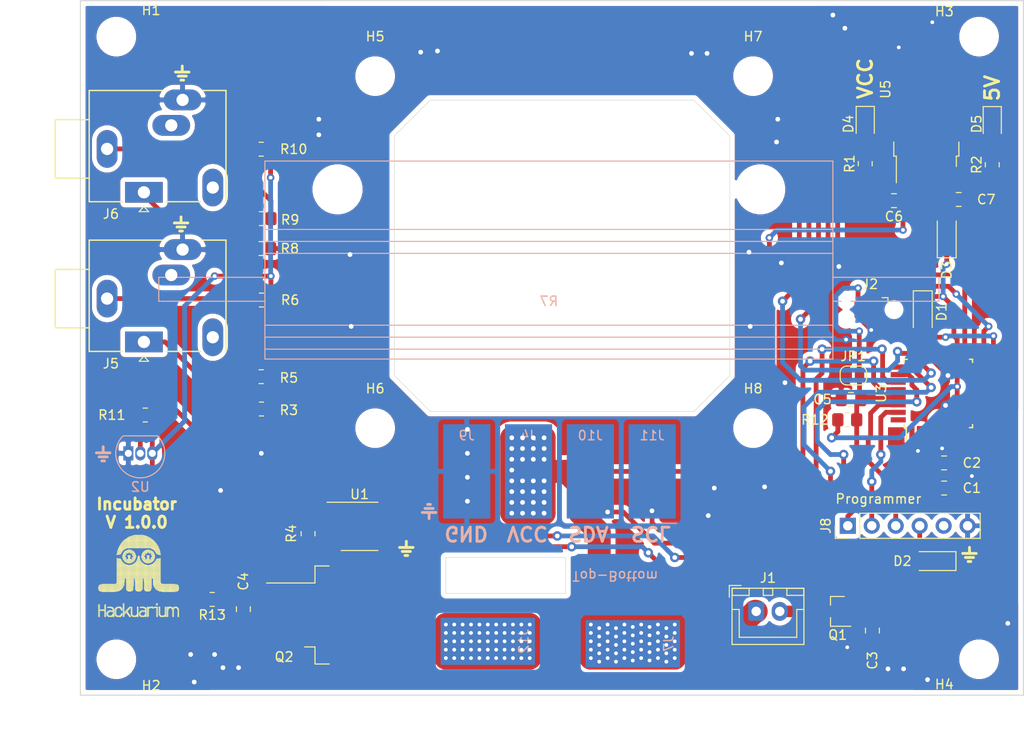
<source format=kicad_pcb>
(kicad_pcb (version 20171130) (host pcbnew "(5.1.10-1-10_14)")
  (layers (0 F.Cu signal) (31 B.Cu signal) (34 B.Paste user) (35 F.Paste user) (36 B.SilkS user) (37 F.SilkS user) (38 B.Mask user) (39 F.Mask user) (44 Edge.Cuts user))
  (net 0 "")
  (net 1 GND)
  (net 2 VIN)
  (net 3 "Net-(D1-Pad2)")
  (net 4 12V)
  (net 5 "Net-(J1-Pad2)")
  (net 6 MISO)
  (net 7 SCK)
  (net 8 MOSI)
  (net 9 ~RESET)
  (net 10 SCL)
  (net 11 SDA)
  (net 12 "Net-(J5-PadT)")
  (net 13 "Net-(J5-PadTN)")
  (net 14 "Net-(J5-PadRN)")
  (net 15 "Net-(J5-PadS)")
  (net 16 "Net-(J6-PadS)")
  (net 17 "Net-(J6-PadRN)")
  (net 18 "Net-(J6-PadTN)")
  (net 19 "Net-(J6-PadT)")
  (net 20 "Net-(U1-Pad1)")
  (net 21 "Net-(U1-Pad2)")
  (net 22 "Net-(U1-Pad6)")
  (net 23 "Net-(U1-Pad7)")
  (net 24 "Net-(U1-Pad8)")
  (net 25 D3)
  (net 26 D4)
  (net 27 "Net-(U3-Pad7)")
  (net 28 "Net-(U3-Pad8)")
  (net 29 D5)
  (net 30 "Net-(U3-Pad12)")
  (net 31 "Net-(U3-Pad13)")
  (net 32 "Net-(U3-Pad14)")
  (net 33 "Net-(U3-Pad19)")
  (net 34 "Net-(U3-Pad20)")
  (net 35 "Net-(U3-Pad22)")
  (net 36 FAN)
  (net 37 "Net-(C4-Pad1)")
  (net 38 PID)
  (net 39 "Net-(D2-Pad2)")
  (net 40 "Net-(J8-Pad5)")
  (net 41 RX)
  (net 42 TX)
  (net 43 "Net-(C7-Pad1)")
  (net 44 "Net-(J12-Pad1)")
  (net 45 ONE-WIRE-1)
  (net 46 D2)
  (net 47 ONE-WIRE-2)
  (net 48 ONE-WIRE-4)
  (net 49 ONE-WIRE-3)
  (net 50 "Net-(D4-Pad2)")
  (net 51 "Net-(D5-Pad2)")
  (module Incubator:logoHackuarium (layer F.Cu) (at 0 -18.796)
    (fp_text reference logoHackuarium hide)
    (fp_text value "" (at 0 0) (layer F.SilkS) (effects (font (size 1.27 1.27))))
  )
  (module Resistor_SMD:R_0805_2012Metric_Pad1.20x1.40mm_HandSolder (layer F.Cu) (at 96.647 -56.261 90)
    (fp_text reference R2 (at 0 -1.65 90) (layer F.SilkS))
    (fp_text value 1k)
    (pad 2 smd roundrect (at 1 0 90) (size 1.2 1.4) (layers F.Cu F.Paste F.Mask) (roundrect_rratio 0.2083325) (net 51 "Net-(D5-Pad2)"))
    (pad 1 smd roundrect (at -1 0 90) (size 1.2 1.4) (layers F.Cu F.Paste F.Mask) (roundrect_rratio 0.2083325) (net 2 VIN))
  )
  (module Resistor_SMD:R_0805_2012Metric_Pad1.20x1.40mm_HandSolder (layer F.Cu) (at 83.185 -56.372 90)
    (fp_text reference R1 (at 0 -1.65 90) (layer F.SilkS))
    (fp_text value 10k)
    (pad 2 smd roundrect (at 1 0 90) (size 1.2 1.4) (layers F.Cu F.Paste F.Mask) (roundrect_rratio 0.2083325) (net 50 "Net-(D4-Pad2)"))
    (pad 1 smd roundrect (at -1 0 90) (size 1.2 1.4) (layers F.Cu F.Paste F.Mask) (roundrect_rratio 0.2083325) (net 4 12V))
  )
  (module LED_SMD:LED_0805_2012Metric_Pad1.15x1.40mm_HandSolder (layer F.Cu) (at 96.647 -60.57 270)
    (fp_text reference D5 (at -0.009 1.651 90) (layer F.SilkS))
    (fp_text value GREEN)
    (pad 2 smd roundrect (at 1.025 0 270) (size 1.15 1.4) (layers F.Cu F.Paste F.Mask) (roundrect_rratio 0.2173904347826087) (net 51 "Net-(D5-Pad2)"))
    (pad 1 smd roundrect (at -1.025 0 270) (size 1.15 1.4) (layers F.Cu F.Paste F.Mask) (roundrect_rratio 0.2173904347826087) (net 1 GND))
  )
  (module LED_SMD:LED_0805_2012Metric_Pad1.15x1.40mm_HandSolder (layer F.Cu) (at 83.185 -60.588 270)
    (fp_text reference D4 (at 0 1.778 90) (layer F.SilkS))
    (fp_text value GREEN)
    (pad 2 smd roundrect (at 1.025 0 270) (size 1.15 1.4) (layers F.Cu F.Paste F.Mask) (roundrect_rratio 0.2173904347826087) (net 50 "Net-(D4-Pad2)"))
    (pad 1 smd roundrect (at -1.025 0 270) (size 1.15 1.4) (layers F.Cu F.Paste F.Mask) (roundrect_rratio 0.2173904347826087) (net 1 GND))
  )
  (module Incubator:100W4RJ (layer B.Cu) (at 49.657 -43.053)
    (fp_text reference R7 (at 0 1.27) (layer B.SilkS) (effects (justify mirror)))
    (fp_text value 100W4RJ)
    (pad "" np_thru_hole circle (at 22.4 -10.6) (size 4.3 4.3) (drill 4.3) (layers *.Cu *.Mask))
    (pad "" np_thru_hole circle (at -22.4 -10.6) (size 4.3 4.3) (drill 4.3) (layers *.Cu *.Mask))
  )
  (module Capacitor_SMD:C_0805_2012Metric_Pad1.18x1.45mm_HandSolder (layer F.Cu) (at 93.091 -52.578)
    (fp_text reference C7 (at 2.921 0) (layer F.SilkS))
    (fp_text value 0.1u)
    (pad 2 smd roundrect (at 1.0375 0) (size 1.175 1.45) (layers F.Cu F.Paste F.Mask) (roundrect_rratio 0.2127659574468085) (net 1 GND))
    (pad 1 smd roundrect (at -1.0375 0) (size 1.175 1.45) (layers F.Cu F.Paste F.Mask) (roundrect_rratio 0.2127659574468085) (net 43 "Net-(C7-Pad1)"))
  )
  (module Capacitor_SMD:C_0805_2012Metric_Pad1.18x1.45mm_HandSolder (layer F.Cu) (at 86.233 -52.451 180)
    (fp_text reference C6 (at 0 -1.68) (layer F.SilkS))
    (fp_text value 0.33u)
    (pad 2 smd roundrect (at 1.0375 0 180) (size 1.175 1.45) (layers F.Cu F.Paste F.Mask) (roundrect_rratio 0.2127659574468085) (net 1 GND))
    (pad 1 smd roundrect (at -1.0375 0 180) (size 1.175 1.45) (layers F.Cu F.Paste F.Mask) (roundrect_rratio 0.2127659574468085) (net 4 12V))
  )
  (module Package_TO_SOT_SMD:TO-252-2 (layer F.Cu) (at 89.661 -59.646 90)
    (fp_text reference U5 (at 4.616 -4.317 90) (layer F.SilkS))
    (fp_text value LM78M05_TO252)
    (pad 2 smd rect (at 2.1 0 90) (size 6.4 5.8) (layers F.Cu F.Mask) (net 1 GND))
    (pad 3 smd rect (at -4.2 2.28 90) (size 2.2 1.2) (layers F.Cu F.Paste F.Mask) (net 43 "Net-(C7-Pad1)"))
    (pad 1 smd rect (at -4.2 -2.28 90) (size 2.2 1.2) (layers F.Cu F.Paste F.Mask) (net 4 12V))
  )
  (module Connector_Wire:SolderWirePad_1x01_SMD_5x10mm (layer B.Cu) (at 43.18 -5.715 90)
    (fp_text reference J12 (at 0 3.81 90) (layer B.SilkS) (effects (justify mirror)))
    (fp_text value Conn_01x01)
    (pad 1 smd rect (at 0 0 90) (size 5 10) (layers B.Cu B.Paste B.Mask) (net 44 "Net-(J12-Pad1)"))
  )
  (module Connector_Wire:SolderWirePad_1x01_SMD_5x10mm (layer B.Cu) (at 58.547 -5.461 90)
    (fp_text reference J7 (at 0 3.81 90) (layer B.SilkS) (effects (justify mirror)))
    (fp_text value Conn_01x01)
    (pad 1 smd rect (at 0 0 90) (size 5 10) (layers B.Cu B.Paste B.Mask) (net 4 12V))
  )
  (module Diode_SMD:D_SOD-123 (layer F.Cu) (at 91.821 -48.641 90)
    (fp_text reference D3 (at -3.555 0 90) (layer F.SilkS))
    (fp_text value MBR0520LT)
    (pad 2 smd rect (at 1.65 0 90) (size 0.9 1.2) (layers F.Cu F.Paste F.Mask) (net 43 "Net-(C7-Pad1)"))
    (pad 1 smd rect (at -1.65 0 90) (size 0.9 1.2) (layers F.Cu F.Paste F.Mask) (net 2 VIN))
  )
  (module MountingHole:MountingHole_3.2mm_M3 (layer F.Cu) (at 71.298 -28.321)
    (fp_text reference H8 (at 0 -4.2) (layer F.SilkS))
    (fp_text value MountingHole)
    (pad 1 np_thru_hole circle (at 0 0) (size 3.2 3.2) (drill 3.2) (layers *.Cu *.Mask))
  )
  (module MountingHole:MountingHole_3.2mm_M3 (layer F.Cu) (at 71.298 -65.659)
    (fp_text reference H7 (at 0 -4.2) (layer F.SilkS))
    (fp_text value MountingHole)
    (pad 1 np_thru_hole circle (at 0 0) (size 3.2 3.2) (drill 3.2) (layers *.Cu *.Mask))
  )
  (module MountingHole:MountingHole_3.2mm_M3 (layer F.Cu) (at 31.242 -28.321)
    (fp_text reference H6 (at 0 -4.2) (layer F.SilkS))
    (fp_text value MountingHole)
    (pad 1 np_thru_hole circle (at 0 0) (size 3.2 3.2) (drill 3.2) (layers *.Cu *.Mask))
  )
  (module MountingHole:MountingHole_3.2mm_M3 (layer F.Cu) (at 31.242 -65.659)
    (fp_text reference H5 (at 0 -4.2) (layer F.SilkS))
    (fp_text value MountingHole)
    (pad 1 np_thru_hole circle (at 0 0) (size 3.2 3.2) (drill 3.2) (layers *.Cu *.Mask))
  )
  (module Connector_PinHeader_2.54mm:PinHeader_1x06_P2.54mm_Vertical (layer F.Cu) (at 81.338 -17.968 90)
    (fp_text reference J8 (at 0 -2.33 90) (layer F.SilkS))
    (fp_text value Conn_01x06)
    (pad 6 thru_hole oval (at 0 12.7 90) (size 1.7 1.7) (drill 1) (layers *.Cu *.Mask) (net 1 GND))
    (pad 5 thru_hole oval (at 0 10.16 90) (size 1.7 1.7) (drill 1) (layers *.Cu *.Mask) (net 40 "Net-(J8-Pad5)"))
    (pad 4 thru_hole oval (at 0 7.62 90) (size 1.7 1.7) (drill 1) (layers *.Cu *.Mask) (net 39 "Net-(D2-Pad2)"))
    (pad 3 thru_hole oval (at 0 5.08 90) (size 1.7 1.7) (drill 1) (layers *.Cu *.Mask) (net 41 RX))
    (pad 2 thru_hole oval (at 0 2.54 90) (size 1.7 1.7) (drill 1) (layers *.Cu *.Mask) (net 42 TX))
    (pad 1 thru_hole rect (at 0 0 90) (size 1.7 1.7) (drill 1) (layers *.Cu *.Mask) (net 9 ~RESET))
  )
  (module Diode_SMD:D_SOD-123 (layer F.Cu) (at 90.551 -14.224 180)
    (fp_text reference D2 (at 3.429 0) (layer F.SilkS))
    (fp_text value MBR0520LT)
    (pad 2 smd rect (at 1.65 0 180) (size 0.9 1.2) (layers F.Cu F.Paste F.Mask) (net 39 "Net-(D2-Pad2)"))
    (pad 1 smd rect (at -1.65 0 180) (size 0.9 1.2) (layers F.Cu F.Paste F.Mask) (net 2 VIN))
  )
  (module Capacitor_SMD:C_0805_2012Metric_Pad1.18x1.45mm_HandSolder (layer F.Cu) (at 81.677 -31.369 180)
    (fp_text reference C5 (at 3.0265 0) (layer F.SilkS))
    (fp_text value 100n)
    (pad 2 smd roundrect (at 1.0375 0 180) (size 1.175 1.45) (layers F.Cu F.Paste F.Mask) (roundrect_rratio 0.2127659574468085) (net 1 GND))
    (pad 1 smd roundrect (at -1.0375 0 180) (size 1.175 1.45) (layers F.Cu F.Paste F.Mask) (roundrect_rratio 0.2127659574468085) (net 9 ~RESET))
  )
  (module Capacitor_SMD:C_0805_2012Metric_Pad1.18x1.45mm_HandSolder (layer F.Cu) (at 83.947 -6.858 270)
    (fp_text reference C3 (at 3.175 0 90) (layer F.SilkS))
    (fp_text value 100n)
    (pad 2 smd roundrect (at 1.0375 0 270) (size 1.175 1.45) (layers F.Cu F.Paste F.Mask) (roundrect_rratio 0.2127659574468085) (net 1 GND))
    (pad 1 smd roundrect (at -1.0375 0 270) (size 1.175 1.45) (layers F.Cu F.Paste F.Mask) (roundrect_rratio 0.2127659574468085) (net 36 FAN))
  )
  (module Capacitor_SMD:C_0805_2012Metric_Pad1.18x1.45mm_HandSolder (layer F.Cu) (at 91.5455 -21.971 180)
    (fp_text reference C1 (at -2.9425 0) (layer F.SilkS))
    (fp_text value 10u)
    (pad 2 smd roundrect (at 1.0375 0 180) (size 1.175 1.45) (layers F.Cu F.Paste F.Mask) (roundrect_rratio 0.2127659574468085) (net 1 GND))
    (pad 1 smd roundrect (at -1.0375 0 180) (size 1.175 1.45) (layers F.Cu F.Paste F.Mask) (roundrect_rratio 0.2127659574468085) (net 2 VIN))
  )
  (module Capacitor_SMD:C_0805_2012Metric_Pad1.18x1.45mm_HandSolder (layer F.Cu) (at 91.5455 -24.638 180)
    (fp_text reference C2 (at -2.9425 0) (layer F.SilkS))
    (fp_text value 100n)
    (pad 1 smd roundrect (at -1.0375 0 180) (size 1.175 1.45) (layers F.Cu F.Paste F.Mask) (roundrect_rratio 0.2127659574468085) (net 2 VIN))
    (pad 2 smd roundrect (at 1.0375 0 180) (size 1.175 1.45) (layers F.Cu F.Paste F.Mask) (roundrect_rratio 0.2127659574468085) (net 1 GND))
  )
  (module Diode_SMD:D_SOD-123 (layer F.Cu) (at 89.281 -40.64 270)
    (fp_text reference D1 (at 0 -2 90) (layer F.SilkS))
    (fp_text value MBR0520LT)
    (pad 1 smd rect (at -1.65 0 270) (size 0.9 1.2) (layers F.Cu F.Paste F.Mask) (net 2 VIN))
    (pad 2 smd rect (at 1.65 0 270) (size 0.9 1.2) (layers F.Cu F.Paste F.Mask) (net 3 "Net-(D1-Pad2)"))
  )
  (module MountingHole:MountingHole_3.2mm_M3 (layer F.Cu) (at 3.81 -69.85)
    (fp_text reference H1 (at 3.683 -2.794) (layer F.SilkS))
    (fp_text value MountingHole)
    (pad 1 np_thru_hole circle (at 0 0) (size 3.2 3.2) (drill 3.2) (layers *.Cu *.Mask))
  )
  (module MountingHole:MountingHole_3.2mm_M3 (layer F.Cu) (at 3.81 -3.81)
    (fp_text reference H2 (at 3.683 2.794) (layer F.SilkS))
    (fp_text value MountingHole)
    (pad 1 np_thru_hole circle (at 0 0) (size 3.2 3.2) (drill 3.2) (layers *.Cu *.Mask))
  )
  (module MountingHole:MountingHole_3.2mm_M3 (layer F.Cu) (at 95.25 -69.85)
    (fp_text reference H3 (at -3.683 -2.667) (layer F.SilkS))
    (fp_text value MountingHole)
    (pad 1 np_thru_hole circle (at 0 0) (size 3.2 3.2) (drill 3.2) (layers *.Cu *.Mask))
  )
  (module MountingHole:MountingHole_3.2mm_M3 (layer F.Cu) (at 95.25 -3.81)
    (fp_text reference H4 (at -3.683 2.667) (layer F.SilkS))
    (fp_text value MountingHole)
    (pad 1 np_thru_hole circle (at 0 0) (size 3.2 3.2) (drill 3.2) (layers *.Cu *.Mask))
  )
  (module Connector:Tag-Connect_TC2030-IDC-NL_2x03_P1.27mm_Vertical (layer F.Cu) (at 83.693 -40.894 180)
    (fp_text reference J2 (at 0 2.7) (layer F.SilkS))
    (fp_text value Conn_02x03_Odd_Even)
    (pad "" np_thru_hole circle (at 2.54 -1.016 180) (size 0.9906 0.9906) (drill 0.9906) (layers *.Cu *.Mask))
    (pad "" np_thru_hole circle (at 2.54 1.016 180) (size 0.9906 0.9906) (drill 0.9906) (layers *.Cu *.Mask))
    (pad "" np_thru_hole circle (at -2.54 0 180) (size 0.9906 0.9906) (drill 0.9906) (layers *.Cu *.Mask))
    (pad 1 connect circle (at -1.27 0.635 180) (size 0.7874 0.7874) (layers F.Cu F.Mask) (net 6 MISO))
    (pad 2 connect circle (at -1.27 -0.635 180) (size 0.7874 0.7874) (layers F.Cu F.Mask) (net 3 "Net-(D1-Pad2)"))
    (pad 3 connect circle (at 0 0.635 180) (size 0.7874 0.7874) (layers F.Cu F.Mask) (net 7 SCK))
    (pad 4 connect circle (at 0 -0.635 180) (size 0.7874 0.7874) (layers F.Cu F.Mask) (net 8 MOSI))
    (pad 5 connect circle (at 1.27 0.635 180) (size 0.7874 0.7874) (layers F.Cu F.Mask) (net 9 ~RESET))
    (pad 6 connect circle (at 1.27 -0.635 180) (size 0.7874 0.7874) (layers F.Cu F.Mask) (net 1 GND))
  )
  (module Connector_Audio:Jack_3.5mm_Ledino_KB3SPRS_Horizontal (layer F.Cu) (at 6.731 -37.465)
    (fp_text reference J5 (at -3.5 2.3) (layer F.SilkS))
    (fp_text value AudioJack3_SwitchTR)
    (pad T thru_hole rect (at 0 0) (size 4 2.2) (drill 1.3) (layers *.Cu *.Mask) (net 12 "Net-(J5-PadT)"))
    (pad TN thru_hole oval (at 7.3 -0.5 90) (size 4 2.2) (drill 1.3) (layers *.Cu *.Mask) (net 13 "Net-(J5-PadTN)"))
    (pad RN thru_hole oval (at 2.9 -7.1) (size 4 2.2) (drill 1.3) (layers *.Cu *.Mask) (net 14 "Net-(J5-PadRN)"))
    (pad R thru_hole oval (at 4.1 -9.8) (size 4 2.2) (drill 1.3) (layers *.Cu *.Mask) (net 1 GND))
    (pad S thru_hole oval (at -3.9 -4.6) (size 2.2 4) (drill 1.3) (layers *.Cu *.Mask) (net 15 "Net-(J5-PadS)"))
  )
  (module Connector_Audio:Jack_3.5mm_Ledino_KB3SPRS_Horizontal (layer F.Cu) (at 6.731 -53.34)
    (fp_text reference J6 (at -3.5 2.3) (layer F.SilkS))
    (fp_text value AudioJack3_SwitchTR)
    (pad S thru_hole oval (at -3.9 -4.6) (size 2.2 4) (drill 1.3) (layers *.Cu *.Mask) (net 16 "Net-(J6-PadS)"))
    (pad R thru_hole oval (at 4.1 -9.8) (size 4 2.2) (drill 1.3) (layers *.Cu *.Mask) (net 1 GND))
    (pad RN thru_hole oval (at 2.9 -7.1) (size 4 2.2) (drill 1.3) (layers *.Cu *.Mask) (net 17 "Net-(J6-PadRN)"))
    (pad TN thru_hole oval (at 7.3 -0.5 90) (size 4 2.2) (drill 1.3) (layers *.Cu *.Mask) (net 18 "Net-(J6-PadTN)"))
    (pad T thru_hole rect (at 0 0) (size 4 2.2) (drill 1.3) (layers *.Cu *.Mask) (net 19 "Net-(J6-PadT)"))
  )
  (module Jumper:SolderJumper-2_P1.3mm_Open_RoundedPad1.0x1.5mm (layer F.Cu) (at 81.93 -33.909 180)
    (fp_text reference JP1 (at 0.015 2.032) (layer F.SilkS))
    (fp_text value SolderJumper_2_Open)
    (pad 1 smd custom (at -0.65 0 180) (size 1 0.5) (layers F.Cu F.Mask) (net 9 ~RESET) (options (clearance outline) (anchor rect)) (primitives (gr_circle (center 0 0.25) (end 0.5 0.25) (width 0)) (gr_circle (center 0 -0.25) (end 0.5 -0.25) (width 0)) (gr_poly (pts (xy 0 -0.75) (xy 0.5 -0.75) (xy 0.5 0.75) (xy 0 0.75)) (width 0))))
    (pad 2 smd custom (at 0.65 0 180) (size 1 0.5) (layers F.Cu F.Mask) (net 1 GND) (options (clearance outline) (anchor rect)) (primitives (gr_circle (center 0 0.25) (end 0.5 0.25) (width 0)) (gr_circle (center 0 -0.25) (end 0.5 -0.25) (width 0)) (gr_poly (pts (xy 0 -0.75) (xy -0.5 -0.75) (xy -0.5 0.75) (xy 0 0.75)) (width 0))))
  )
  (module Package_TO_SOT_SMD:SOT-23 (layer F.Cu) (at 80.264 -8.89 180)
    (fp_text reference Q1 (at 0 -2.5) (layer F.SilkS))
    (fp_text value ZXMS6004)
    (pad 1 smd rect (at -1 -0.95 180) (size 0.9 0.8) (layers F.Cu F.Paste F.Mask) (net 36 FAN))
    (pad 2 smd rect (at -1 0.95 180) (size 0.9 0.8) (layers F.Cu F.Paste F.Mask) (net 1 GND))
    (pad 3 smd rect (at 1 0 180) (size 0.9 0.8) (layers F.Cu F.Paste F.Mask) (net 5 "Net-(J1-Pad2)"))
  )
  (module Resistor_SMD:R_0805_2012Metric_Pad1.20x1.40mm_HandSolder (layer F.Cu) (at 19.193 -30.353)
    (fp_text reference R3 (at 2.905 0.127) (layer F.SilkS))
    (fp_text value 1K)
    (pad 2 smd roundrect (at 1 0) (size 1.2 1.4) (layers F.Cu F.Paste F.Mask) (roundrect_rratio 0.2083325) (net 48 ONE-WIRE-4))
    (pad 1 smd roundrect (at -1 0) (size 1.2 1.4) (layers F.Cu F.Paste F.Mask) (roundrect_rratio 0.2083325) (net 12 "Net-(J5-PadT)"))
  )
  (module Resistor_SMD:R_0805_2012Metric_Pad1.20x1.40mm_HandSolder (layer F.Cu) (at 24.13 -17.129 270)
    (fp_text reference R4 (at -0.016 1.778 90) (layer F.SilkS))
    (fp_text value 4.7k)
    (pad 1 smd roundrect (at -1 0 270) (size 1.2 1.4) (layers F.Cu F.Paste F.Mask) (roundrect_rratio 0.2083325) (net 2 VIN))
    (pad 2 smd roundrect (at 1 0 270) (size 1.2 1.4) (layers F.Cu F.Paste F.Mask) (roundrect_rratio 0.2083325) (net 45 ONE-WIRE-1))
  )
  (module Resistor_SMD:R_0805_2012Metric_Pad1.20x1.40mm_HandSolder (layer F.Cu) (at 19.161 -33.782 180)
    (fp_text reference R5 (at -2.937 -0.127) (layer F.SilkS))
    (fp_text value 4.7k)
    (pad 1 smd roundrect (at -1 0 180) (size 1.2 1.4) (layers F.Cu F.Paste F.Mask) (roundrect_rratio 0.2083325) (net 15 "Net-(J5-PadS)"))
    (pad 2 smd roundrect (at 1 0 180) (size 1.2 1.4) (layers F.Cu F.Paste F.Mask) (roundrect_rratio 0.2083325) (net 12 "Net-(J5-PadT)"))
  )
  (module Resistor_SMD:R_0805_2012Metric_Pad1.20x1.40mm_HandSolder (layer F.Cu) (at 19.193 -41.91 180)
    (fp_text reference R6 (at -3.032 0) (layer F.SilkS))
    (fp_text value 100)
    (pad 2 smd roundrect (at 1 0 180) (size 1.2 1.4) (layers F.Cu F.Paste F.Mask) (roundrect_rratio 0.2083325) (net 15 "Net-(J5-PadS)"))
    (pad 1 smd roundrect (at -1 0 180) (size 1.2 1.4) (layers F.Cu F.Paste F.Mask) (roundrect_rratio 0.2083325) (net 2 VIN))
  )
  (module Resistor_SMD:R_0805_2012Metric_Pad1.20x1.40mm_HandSolder (layer F.Cu) (at 19.161 -47.371)
    (fp_text reference R8 (at 3.032 0) (layer F.SilkS))
    (fp_text value 1K)
    (pad 2 smd roundrect (at 1 0) (size 1.2 1.4) (layers F.Cu F.Paste F.Mask) (roundrect_rratio 0.2083325) (net 49 ONE-WIRE-3))
    (pad 1 smd roundrect (at -1 0) (size 1.2 1.4) (layers F.Cu F.Paste F.Mask) (roundrect_rratio 0.2083325) (net 19 "Net-(J6-PadT)"))
  )
  (module Resistor_SMD:R_0805_2012Metric_Pad1.20x1.40mm_HandSolder (layer F.Cu) (at 19.193 -50.546 180)
    (fp_text reference R9 (at -3.032 -0.127) (layer F.SilkS))
    (fp_text value 4.7k)
    (pad 1 smd roundrect (at -1 0 180) (size 1.2 1.4) (layers F.Cu F.Paste F.Mask) (roundrect_rratio 0.2083325) (net 16 "Net-(J6-PadS)"))
    (pad 2 smd roundrect (at 1 0 180) (size 1.2 1.4) (layers F.Cu F.Paste F.Mask) (roundrect_rratio 0.2083325) (net 19 "Net-(J6-PadT)"))
  )
  (module Resistor_SMD:R_0805_2012Metric_Pad1.20x1.40mm_HandSolder (layer F.Cu) (at 19.161 -57.912 180)
    (fp_text reference R10 (at -3.445 0) (layer F.SilkS))
    (fp_text value 100)
    (pad 2 smd roundrect (at 1 0 180) (size 1.2 1.4) (layers F.Cu F.Paste F.Mask) (roundrect_rratio 0.2083325) (net 16 "Net-(J6-PadS)"))
    (pad 1 smd roundrect (at -1 0 180) (size 1.2 1.4) (layers F.Cu F.Paste F.Mask) (roundrect_rratio 0.2083325) (net 2 VIN))
  )
  (module Resistor_SMD:R_0805_2012Metric_Pad1.20x1.40mm_HandSolder (layer F.Cu) (at 6.874 -29.718 180)
    (fp_text reference R11 (at 3.54 0) (layer F.SilkS))
    (fp_text value 4.7k)
    (pad 2 smd roundrect (at 1 0 180) (size 1.2 1.4) (layers F.Cu F.Paste F.Mask) (roundrect_rratio 0.2083325) (net 47 ONE-WIRE-2))
    (pad 1 smd roundrect (at -1 0 180) (size 1.2 1.4) (layers F.Cu F.Paste F.Mask) (roundrect_rratio 0.2083325) (net 2 VIN))
  )
  (module Resistor_SMD:R_0805_2012Metric_Pad1.20x1.40mm_HandSolder (layer F.Cu) (at 81.28 -29.21)
    (fp_text reference R12 (at -3.429 0) (layer F.SilkS))
    (fp_text value 100k)
    (pad 1 smd roundrect (at -1 0) (size 1.2 1.4) (layers F.Cu F.Paste F.Mask) (roundrect_rratio 0.2083325) (net 2 VIN))
    (pad 2 smd roundrect (at 1 0) (size 1.2 1.4) (layers F.Cu F.Paste F.Mask) (roundrect_rratio 0.2083325) (net 9 ~RESET))
  )
  (module Package_SO:SOIC-8_3.9x4.9mm_P1.27mm (layer F.Cu) (at 29.591 -17.907)
    (fp_text reference U1 (at 0 -3.4) (layer F.SilkS))
    (fp_text value DS18B20Z)
    (pad 1 smd roundrect (at -2.475 -1.905) (size 1.95 0.6) (layers F.Cu F.Paste F.Mask) (net 20 "Net-(U1-Pad1)"))
    (pad 2 smd roundrect (at -2.475 -0.635) (size 1.95 0.6) (layers F.Cu F.Paste F.Mask) (net 21 "Net-(U1-Pad2)"))
    (pad 3 smd roundrect (at -2.475 0.635) (size 1.95 0.6) (layers F.Cu F.Paste F.Mask) (net 2 VIN))
    (pad 4 smd roundrect (at -2.475 1.905) (size 1.95 0.6) (layers F.Cu F.Paste F.Mask) (net 45 ONE-WIRE-1))
    (pad 5 smd roundrect (at 2.475 1.905) (size 1.95 0.6) (layers F.Cu F.Paste F.Mask) (net 1 GND))
    (pad 6 smd roundrect (at 2.475 0.635) (size 1.95 0.6) (layers F.Cu F.Paste F.Mask) (net 22 "Net-(U1-Pad6)"))
    (pad 7 smd roundrect (at 2.475 -0.635) (size 1.95 0.6) (layers F.Cu F.Paste F.Mask) (net 23 "Net-(U1-Pad7)"))
    (pad 8 smd roundrect (at 2.475 -1.905) (size 1.95 0.6) (layers F.Cu F.Paste F.Mask) (net 24 "Net-(U1-Pad8)"))
  )
  (module Package_TO_SOT_THT:TO-92_Inline (layer B.Cu) (at 5.08 -25.654)
    (fp_text reference U2 (at 1.27 3.56) (layer B.SilkS) (effects (justify mirror)))
    (fp_text value DS18B20)
    (pad 2 thru_hole oval (at 1.27 0) (size 1.05 1.5) (drill 0.75) (layers *.Cu *.Mask) (net 47 ONE-WIRE-2))
    (pad 3 thru_hole oval (at 2.54 0) (size 1.05 1.5) (drill 0.75) (layers *.Cu *.Mask) (net 2 VIN))
    (pad 1 thru_hole rect (at 0 0) (size 1.05 1.5) (drill 0.75) (layers *.Cu *.Mask) (net 1 GND))
  )
  (module Package_QFP:TQFP-32_7x7mm_P0.8mm (layer F.Cu) (at 90.932 -32.004 90)
    (fp_text reference U3 (at 0 -6.05 90) (layer F.SilkS))
    (fp_text value ATmega328P-AU)
    (pad 1 smd rect (at -4.25 -2.8 90) (size 1.6 0.55) (layers F.Cu F.Paste F.Mask) (net 25 D3))
    (pad 2 smd rect (at -4.25 -2 90) (size 1.6 0.55) (layers F.Cu F.Paste F.Mask) (net 26 D4))
    (pad 3 smd rect (at -4.25 -1.2 90) (size 1.6 0.55) (layers F.Cu F.Paste F.Mask) (net 1 GND))
    (pad 4 smd rect (at -4.25 -0.4 90) (size 1.6 0.55) (layers F.Cu F.Paste F.Mask) (net 2 VIN))
    (pad 5 smd rect (at -4.25 0.4 90) (size 1.6 0.55) (layers F.Cu F.Paste F.Mask) (net 1 GND))
    (pad 6 smd rect (at -4.25 1.2 90) (size 1.6 0.55) (layers F.Cu F.Paste F.Mask) (net 2 VIN))
    (pad 7 smd rect (at -4.25 2 90) (size 1.6 0.55) (layers F.Cu F.Paste F.Mask) (net 27 "Net-(U3-Pad7)"))
    (pad 8 smd rect (at -4.25 2.8 90) (size 1.6 0.55) (layers F.Cu F.Paste F.Mask) (net 28 "Net-(U3-Pad8)"))
    (pad 9 smd rect (at -2.8 4.25 180) (size 1.6 0.55) (layers F.Cu F.Paste F.Mask) (net 29 D5))
    (pad 10 smd rect (at -2 4.25 180) (size 1.6 0.55) (layers F.Cu F.Paste F.Mask) (net 36 FAN))
    (pad 11 smd rect (at -1.2 4.25 180) (size 1.6 0.55) (layers F.Cu F.Paste F.Mask) (net 38 PID))
    (pad 12 smd rect (at -0.4 4.25 180) (size 1.6 0.55) (layers F.Cu F.Paste F.Mask) (net 30 "Net-(U3-Pad12)"))
    (pad 13 smd rect (at 0.4 4.25 180) (size 1.6 0.55) (layers F.Cu F.Paste F.Mask) (net 31 "Net-(U3-Pad13)"))
    (pad 14 smd rect (at 1.2 4.25 180) (size 1.6 0.55) (layers F.Cu F.Paste F.Mask) (net 32 "Net-(U3-Pad14)"))
    (pad 15 smd rect (at 2 4.25 180) (size 1.6 0.55) (layers F.Cu F.Paste F.Mask) (net 8 MOSI))
    (pad 16 smd rect (at 2.8 4.25 180) (size 1.6 0.55) (layers F.Cu F.Paste F.Mask) (net 6 MISO))
    (pad 17 smd rect (at 4.25 2.8 90) (size 1.6 0.55) (layers F.Cu F.Paste F.Mask) (net 7 SCK))
    (pad 18 smd rect (at 4.25 2 90) (size 1.6 0.55) (layers F.Cu F.Paste F.Mask) (net 2 VIN))
    (pad 19 smd rect (at 4.25 1.2 90) (size 1.6 0.55) (layers F.Cu F.Paste F.Mask) (net 33 "Net-(U3-Pad19)"))
    (pad 20 smd rect (at 4.25 0.4 90) (size 1.6 0.55) (layers F.Cu F.Paste F.Mask) (net 34 "Net-(U3-Pad20)"))
    (pad 21 smd rect (at 4.25 -0.4 90) (size 1.6 0.55) (layers F.Cu F.Paste F.Mask) (net 1 GND))
    (pad 22 smd rect (at 4.25 -1.2 90) (size 1.6 0.55) (layers F.Cu F.Paste F.Mask) (net 35 "Net-(U3-Pad22)"))
    (pad 23 smd rect (at 4.25 -2 90) (size 1.6 0.55) (layers F.Cu F.Paste F.Mask) (net 48 ONE-WIRE-4))
    (pad 24 smd rect (at 4.25 -2.8 90) (size 1.6 0.55) (layers F.Cu F.Paste F.Mask) (net 49 ONE-WIRE-3))
    (pad 25 smd rect (at 2.8 -4.25 180) (size 1.6 0.55) (layers F.Cu F.Paste F.Mask) (net 47 ONE-WIRE-2))
    (pad 26 smd rect (at 2 -4.25 180) (size 1.6 0.55) (layers F.Cu F.Paste F.Mask) (net 45 ONE-WIRE-1))
    (pad 27 smd rect (at 1.2 -4.25 180) (size 1.6 0.55) (layers F.Cu F.Paste F.Mask) (net 11 SDA))
    (pad 28 smd rect (at 0.4 -4.25 180) (size 1.6 0.55) (layers F.Cu F.Paste F.Mask) (net 10 SCL))
    (pad 29 smd rect (at -0.4 -4.25 180) (size 1.6 0.55) (layers F.Cu F.Paste F.Mask) (net 9 ~RESET))
    (pad 30 smd rect (at -1.2 -4.25 180) (size 1.6 0.55) (layers F.Cu F.Paste F.Mask) (net 41 RX))
    (pad 31 smd rect (at -2 -4.25 180) (size 1.6 0.55) (layers F.Cu F.Paste F.Mask) (net 42 TX))
    (pad 32 smd rect (at -2.8 -4.25 180) (size 1.6 0.55) (layers F.Cu F.Paste F.Mask) (net 46 D2))
  )
  (module Connector_JST:JST_XH_B2B-XH-A_1x02_P2.50mm_Vertical (layer F.Cu) (at 71.628 -8.89)
    (fp_text reference J1 (at 1.25 -3.55) (layer F.SilkS))
    (fp_text value Conn_01x02)
    (pad 1 thru_hole roundrect (at 0 0) (size 1.7 2) (drill 1) (layers *.Cu *.Mask) (roundrect_rratio 0.1470588235294118) (net 4 12V))
    (pad 2 thru_hole oval (at 2.5 0) (size 1.7 2) (drill 1) (layers *.Cu *.Mask) (net 5 "Net-(J1-Pad2)"))
  )
  (module Capacitor_SMD:C_0805_2012Metric_Pad1.18x1.45mm_HandSolder (layer F.Cu) (at 17.272 -9.1225 270)
    (fp_text reference C4 (at -2.9425 0 90) (layer F.SilkS))
    (fp_text value 100n)
    (pad 1 smd roundrect (at -1.0375 0 270) (size 1.175 1.45) (layers F.Cu F.Paste F.Mask) (roundrect_rratio 0.2127659574468085) (net 37 "Net-(C4-Pad1)"))
    (pad 2 smd roundrect (at 1.0375 0 270) (size 1.175 1.45) (layers F.Cu F.Paste F.Mask) (roundrect_rratio 0.2127659574468085) (net 1 GND))
  )
  (module Package_TO_SOT_SMD:TO-263-2 (layer F.Cu) (at 27.813 -8.509)
    (fp_text reference Q2 (at -6.223 4.445) (layer F.SilkS))
    (fp_text value IPB80N03S4L-03)
    (pad 1 smd rect (at -5.775 -2.54) (size 4.6 1.1) (layers F.Cu F.Paste F.Mask) (net 37 "Net-(C4-Pad1)"))
    (pad 3 smd rect (at -5.775 2.54) (size 4.6 1.1) (layers F.Cu F.Paste F.Mask) (net 1 GND))
    (pad 2 smd rect (at 3.375 0) (size 9.4 10.8) (layers F.Cu F.Mask) (net 44 "Net-(J12-Pad1)"))
  )
  (module Resistor_SMD:R_0805_2012Metric_Pad1.20x1.40mm_HandSolder (layer F.Cu) (at 13.97 -10.16 180)
    (fp_text reference R13 (at 0 -1.65) (layer F.SilkS))
    (fp_text value 100)
    (pad 1 smd roundrect (at -1 0 180) (size 1.2 1.4) (layers F.Cu F.Paste F.Mask) (roundrect_rratio 0.2083325) (net 37 "Net-(C4-Pad1)"))
    (pad 2 smd roundrect (at 1 0 180) (size 1.2 1.4) (layers F.Cu F.Paste F.Mask) (roundrect_rratio 0.2083325) (net 38 PID))
  )
  (module Connector_Wire:SolderWirePad_1x01_SMD_5x10mm (layer B.Cu) (at 47.497999 -23.736 180)
    (fp_text reference J4 (at 0 3.81) (layer B.SilkS) (effects (justify mirror)))
    (fp_text value Conn_01x01)
    (pad 1 smd rect (at 0 0 180) (size 5 10) (layers B.Cu B.Paste B.Mask) (net 4 12V))
  )
  (module Connector_Wire:SolderWirePad_1x01_SMD_5x10mm (layer B.Cu) (at 40.947999 -23.736 180)
    (fp_text reference J9 (at 0 3.81) (layer B.SilkS) (effects (justify mirror)))
    (fp_text value Conn_01x01)
    (pad 1 smd rect (at 0 0 180) (size 5 10) (layers B.Cu B.Paste B.Mask) (net 1 GND))
  )
  (module Connector_Wire:SolderWirePad_1x01_SMD_5x10mm (layer B.Cu) (at 54.047999 -23.736 180)
    (fp_text reference J10 (at 0 3.81) (layer B.SilkS) (effects (justify mirror)))
    (fp_text value Conn_01x01)
    (pad 1 smd rect (at 0 0 180) (size 5 10) (layers B.Cu B.Paste B.Mask) (net 11 SDA))
  )
  (module Connector_Wire:SolderWirePad_1x01_SMD_5x10mm (layer B.Cu) (at 60.597999 -23.736 180)
    (fp_text reference J11 (at 0 3.81) (layer B.SilkS) (effects (justify mirror)))
    (fp_text value Conn_01x01)
    (pad 1 smd rect (at 0 0 180) (size 5 10) (layers B.Cu B.Paste B.Mask) (net 10 SCL))
  )
  (gr_text VCC (at 83.185 -65.405 90) (layer F.SilkS) (effects (font (size 1.5 1.5) (thickness 0.3))))
  (gr_text 5V (at 96.647 -64.389 90) (layer F.SilkS) (effects (font (size 1.5 1.5) (thickness 0.3))))
  (gr_text "Incubator\nV 1.0.0\n" (at 5.969 -19.304) (layer F.SilkS) (effects (font (size 1.2 1.2) (thickness 0.3))))
  (gr_line (start 38.735 -10.795) (end 38.735 -14.605) (layer Edge.Cuts) (width 0.05))
  (gr_line (start 51.435 -10.795) (end 38.735 -10.795) (layer Edge.Cuts) (width 0.05))
  (gr_line (start 51.435 -14.605) (end 51.435 -10.795) (layer Edge.Cuts) (width 0.05))
  (gr_line (start 38.735 -14.605) (end 51.435 -14.605) (layer Edge.Cuts) (width 0.05))
  (gr_text SCL (at 60.452 -17.145 180) (layer B.SilkS) (effects (font (size 1.5 1.5) (thickness 0.3)) (justify mirror)))
  (gr_text SDA (at 53.848 -17.145 180) (layer B.SilkS) (effects (font (size 1.5 1.5) (thickness 0.3)) (justify mirror)))
  (gr_text ⏚ (at 34.544 -15.494) (layer F.SilkS) (effects (font (size 1.5 1.5) (thickness 0.3))))
  (gr_text ⏚ (at 2.413 -25.527) (layer B.SilkS) (effects (font (size 1.5 1.5) (thickness 0.3))))
  (gr_text VCC (at 47.371 -17.145 180) (layer B.SilkS) (effects (font (size 1.5 1.5) (thickness 0.3)) (justify mirror)))
  (gr_text GND (at 40.894 -17.145 180) (layer B.SilkS) (effects (font (size 1.5 1.5) (thickness 0.3)) (justify mirror)))
  (gr_text ⏚ (at 36.957 -19.558 180) (layer B.SilkS) (effects (font (size 1.5 1.5) (thickness 0.3))))
  (gr_text ⏚ (at 10.795 -65.913) (layer F.SilkS) (effects (font (size 1.5 1.5) (thickness 0.3)) (justify mirror)))
  (gr_text ⏚ (at 10.668 -49.911) (layer F.SilkS) (effects (font (size 1.5 1.5) (thickness 0.3)) (justify mirror)))
  (gr_text ⏚ (at 94.234 -14.859) (layer F.SilkS) (effects (font (size 1.5 1.5) (thickness 0.3)) (justify mirror)))
  (gr_line (start 65.024 -63.119) (end 68.834 -59.309) (layer Edge.Cuts) (width 0.05))
  (gr_line (start 33.274 -59.309) (end 37.084 -63.119) (layer Edge.Cuts) (width 0.05))
  (gr_line (start 37.084 -30.099) (end 33.274 -33.909) (layer Edge.Cuts) (width 0.05))
  (gr_line (start 65.024 -30.099) (end 68.834 -33.909) (layer Edge.Cuts) (width 0.05))
  (gr_line (start 65.024 -63.119) (end 37.084 -63.119) (layer Edge.Cuts) (width 0.05))
  (gr_line (start 33.274 -59.309) (end 33.274 -33.909) (layer Edge.Cuts) (width 0.05))
  (gr_line (start 37.084 -30.099) (end 65.024 -30.099) (layer Edge.Cuts) (width 0.05))
  (gr_line (start 68.834 -33.909) (end 68.834 -59.309) (layer Edge.Cuts) (width 0.05))
  (gr_text Programmer (at 84.582 -20.828) (layer F.SilkS) (effects (font (size 1 1))))
  (gr_text Top-Bottom (at 56.6928 -12.6492 180) (layer B.SilkS) (effects (font (size 1 1)) (justify mirror)))
  (gr_line (start 99.949 -73.66) (end 99.949 0) (layer Edge.Cuts) (width 0.1))
  (gr_line (start 0 -73.66) (end 99.949 -73.66) (layer Edge.Cuts) (width 0.1))
  (gr_line (start 0 0) (end 0 -73.66) (layer Edge.Cuts) (width 0.1))
  (gr_line (start 99.949 0) (end 0 0) (layer Edge.Cuts) (width 0.1))
  (via (at 41.021 -20.574) (size 1) (drill 0.5) (layers F.Cu B.Cu) (net 1))
  (via (at 41.021 -23.114) (size 1) (drill 0.5) (layers F.Cu B.Cu) (net 1))
  (via (at 41.021 -25.654) (size 1) (drill 0.5) (layers F.Cu B.Cu) (net 1))
  (via (at 41.021 -28.194) (size 1) (drill 0.5) (layers F.Cu B.Cu) (net 1))
  (segment (start 91.332 -27.754) (end 91.332 -26.181) (width 0.508) (layer F.Cu) (net 1))
  (via (at 88.773 -25.908) (size 0.8) (drill 0.4) (layers F.Cu B.Cu) (net 1))
  (via (at 94.488 -23.241) (size 0.8) (drill 0.4) (layers F.Cu B.Cu) (net 1))
  (segment (start 91.332 -26.181) (end 91.332 -25.889) (width 0.25) (layer F.Cu) (net 1))
  (via (at 91.332 -26.181) (size 0.8) (drill 0.4) (layers F.Cu B.Cu) (net 1))
  (via (at 83.82 -38.735) (size 0.8) (drill 0.4) (layers F.Cu B.Cu) (net 1))
  (via (at 81.153 -37.719) (size 0.8) (drill 0.4) (layers F.Cu B.Cu) (net 1))
  (via (at 90.297 -71.374) (size 0.8) (drill 0.4) (layers F.Cu B.Cu) (net 1))
  (via (at 86.741 -68.707) (size 0.8) (drill 0.4) (layers F.Cu B.Cu) (net 1))
  (via (at 81.28 -5.08) (size 0.8) (drill 0.4) (layers F.Cu B.Cu) (net 1))
  (segment (start 82.423 -40.132) (end 83.82 -38.735) (width 0.508) (layer F.Cu) (net 1))
  (segment (start 82.423 -40.259) (end 82.423 -40.132) (width 0.508) (layer F.Cu) (net 1))
  (via (at 14.859 -21.717) (size 1) (drill 0.5) (layers F.Cu B.Cu) (net 1))
  (via (at 19.177 -25.654) (size 1) (drill 0.5) (layers F.Cu B.Cu) (net 1))
  (via (at 66.548 -19.05) (size 1) (drill 0.5) (layers F.Cu B.Cu) (net 1))
  (via (at 67.183 -21.971) (size 1) (drill 0.5) (layers F.Cu B.Cu) (net 1))
  (via (at 72.517 -22.098) (size 1) (drill 0.5) (layers F.Cu B.Cu) (net 1))
  (via (at 98.298 -7.62) (size 1) (drill 0.5) (layers F.Cu B.Cu) (net 1))
  (via (at 89.789 -1.651) (size 1) (drill 0.5) (layers F.Cu B.Cu) (net 1))
  (via (at 80.391 -45.466) (size 1) (drill 0.5) (layers F.Cu B.Cu) (net 1))
  (segment (start 88.773 -25.908) (end 89.408 -25.908) (width 0.508) (layer F.Cu) (net 1))
  (segment (start 89.732 -26.232) (end 89.732 -27.754) (width 0.508) (layer F.Cu) (net 1))
  (segment (start 89.408 -25.908) (end 89.732 -26.232) (width 0.508) (layer F.Cu) (net 1))
  (via (at 91.948 -33.909) (size 1) (drill 0.5) (layers F.Cu B.Cu) (net 1))
  (segment (start 90.532 -35.325) (end 90.532 -36.254) (width 0.508) (layer F.Cu) (net 1))
  (segment (start 91.948 -33.909) (end 90.532 -35.325) (width 0.508) (layer F.Cu) (net 1))
  (via (at 91.694 -30.734) (size 1) (drill 0.5) (layers F.Cu B.Cu) (net 1))
  (segment (start 80.677 -31.369) (end 80.264 -31.369) (width 0.508) (layer F.Cu) (net 1))
  (via (at 70.993 -39.116) (size 1) (drill 0.5) (layers F.Cu B.Cu) (net 1))
  (via (at 70.866 -46.99) (size 1) (drill 0.5) (layers F.Cu B.Cu) (net 1))
  (via (at 28.702 -39.116) (size 1) (drill 0.5) (layers F.Cu B.Cu) (net 1))
  (via (at 28.575 -46.736) (size 1) (drill 0.5) (layers F.Cu B.Cu) (net 1))
  (via (at 79.756 -72.136) (size 1) (drill 0.5) (layers F.Cu B.Cu) (net 1))
  (via (at 81.026 -70.739) (size 1) (drill 0.5) (layers F.Cu B.Cu) (net 1))
  (via (at 73.787 -58.674) (size 1) (drill 0.5) (layers F.Cu B.Cu) (net 1))
  (via (at 73.914 -61.087) (size 1) (drill 0.5) (layers F.Cu B.Cu) (net 1))
  (via (at 66.421 -68.072) (size 1) (drill 0.5) (layers F.Cu B.Cu) (net 1))
  (via (at 64.77 -68.072) (size 1) (drill 0.5) (layers F.Cu B.Cu) (net 1))
  (via (at 36.068 -68.199) (size 1) (drill 0.5) (layers F.Cu B.Cu) (net 1))
  (via (at 37.846 -68.326) (size 1) (drill 0.5) (layers F.Cu B.Cu) (net 1))
  (via (at 25.273 -59.436) (size 1) (drill 0.5) (layers F.Cu B.Cu) (net 1))
  (via (at 25.273 -61.087) (size 1) (drill 0.5) (layers F.Cu B.Cu) (net 1))
  (via (at 85.598 -2.794) (size 1) (drill 0.5) (layers F.Cu B.Cu) (net 1))
  (via (at 87.249 -2.794) (size 1) (drill 0.5) (layers F.Cu B.Cu) (net 1))
  (via (at 15.113 -2.921) (size 1) (drill 0.5) (layers F.Cu B.Cu) (net 1))
  (via (at 16.764 -2.921) (size 1) (drill 0.5) (layers F.Cu B.Cu) (net 1))
  (via (at 14.224 -4.318) (size 1) (drill 0.5) (layers F.Cu B.Cu) (net 1))
  (via (at 12.065 -1.397) (size 1) (drill 0.5) (layers F.Cu B.Cu) (net 1))
  (via (at 11.684 -4.318) (size 1) (drill 0.5) (layers F.Cu B.Cu) (net 1))
  (via (at 74.676 -33.147) (size 1) (drill 0.5) (layers F.Cu B.Cu) (net 1))
  (via (at 74.295 -45.847) (size 1) (drill 0.5) (layers F.Cu B.Cu) (net 1))
  (segment (start 90.532 -27.754) (end 90.532 -29.318) (width 0.508) (layer F.Cu) (net 2))
  (segment (start 90.532 -29.318) (end 90.805 -29.591) (width 0.508) (layer F.Cu) (net 2))
  (segment (start 90.805 -29.591) (end 91.821 -29.591) (width 0.508) (layer F.Cu) (net 2))
  (segment (start 92.132 -29.28) (end 92.132 -27.754) (width 0.508) (layer F.Cu) (net 2))
  (segment (start 91.821 -29.591) (end 92.132 -29.28) (width 0.508) (layer F.Cu) (net 2))
  (segment (start 92.202 -29.591) (end 91.821 -29.591) (width 0.508) (layer F.Cu) (net 2))
  (segment (start 92.932 -30.321) (end 92.202 -29.591) (width 0.508) (layer F.Cu) (net 2))
  (segment (start 92.132 -29.521) (end 92.202 -29.591) (width 0.508) (layer F.Cu) (net 2))
  (segment (start 92.132 -29.28) (end 92.132 -29.521) (width 0.508) (layer F.Cu) (net 2))
  (segment (start 20.193 -41.91) (end 20.193 -44.45) (width 0.508) (layer F.Cu) (net 2))
  (segment (start 20.193 -44.45) (end 20.193 -44.45) (width 0.508) (layer F.Cu) (net 2))
  (via (at 20.193 -44.45) (size 0.8) (drill 0.4) (layers F.Cu B.Cu) (net 2))
  (segment (start 92.932 -31.528) (end 92.932 -30.512) (width 0.508) (layer F.Cu) (net 2))
  (segment (start 92.075 -41.656) (end 92.075 -41.656) (width 0.508) (layer F.Cu) (net 2))
  (segment (start 92.932 -30.512) (end 92.932 -30.321) (width 0.508) (layer F.Cu) (net 2))
  (segment (start 7.874 -29.718) (end 7.62 -29.464) (width 0.508) (layer F.Cu) (net 2))
  (segment (start 7.62 -29.464) (end 7.62 -25.654) (width 0.508) (layer F.Cu) (net 2))
  (segment (start 92.132 -27.754) (end 92.132 -26.613) (width 0.508) (layer F.Cu) (net 2))
  (segment (start 92.583 -26.162) (end 92.583 -24.638) (width 0.508) (layer F.Cu) (net 2))
  (segment (start 92.132 -26.613) (end 92.583 -26.162) (width 0.508) (layer F.Cu) (net 2))
  (segment (start 92.583 -24.638) (end 92.583 -21.971) (width 0.508) (layer F.Cu) (net 2))
  (segment (start 92.583 -21.971) (end 94.869 -21.971) (width 0.508) (layer F.Cu) (net 2))
  (segment (start 94.869 -21.971) (end 96.012 -20.828) (width 0.508) (layer F.Cu) (net 2))
  (segment (start 92.932 -32.734) (end 92.932 -31.528) (width 0.508) (layer F.Cu) (net 2))
  (via (at 92.932 -32.734) (size 0.8) (drill 0.4) (layers F.Cu B.Cu) (net 2))
  (segment (start 91.441 -42.29) (end 91.441 -42.29) (width 0.508) (layer F.Cu) (net 2))
  (segment (start 89.281 -42.29) (end 91.441 -42.29) (width 0.508) (layer F.Cu) (net 2))
  (segment (start 92.9 -32.766) (end 92.932 -32.734) (width 0.508) (layer B.Cu) (net 2))
  (segment (start 27.116 -17.272) (end 25.781 -17.272) (width 0.508) (layer F.Cu) (net 2))
  (segment (start 24.924 -18.129) (end 24.13 -18.129) (width 0.508) (layer F.Cu) (net 2))
  (segment (start 25.781 -17.272) (end 24.924 -18.129) (width 0.508) (layer F.Cu) (net 2))
  (segment (start 92.932 -36.254) (end 92.932 -32.734) (width 0.508) (layer F.Cu) (net 2))
  (segment (start 20.161 -57.912) (end 20.161 -54.896) (width 0.508) (layer F.Cu) (net 2))
  (segment (start 20.161 -54.896) (end 20.161 -54.896) (width 0.508) (layer F.Cu) (net 2))
  (via (at 20.161 -54.896) (size 0.8) (drill 0.4) (layers F.Cu B.Cu) (net 2))
  (segment (start 20.161 -44.482) (end 20.193 -44.45) (width 0.508) (layer B.Cu) (net 2))
  (segment (start 20.161 -54.896) (end 20.161 -44.482) (width 0.508) (layer B.Cu) (net 2))
  (segment (start 24.13 -18.129) (end 12.732 -18.129) (width 0.508) (layer F.Cu) (net 2))
  (segment (start 7.62 -23.241) (end 7.62 -25.654) (width 0.508) (layer F.Cu) (net 2))
  (segment (start 12.732 -18.129) (end 7.62 -23.241) (width 0.508) (layer F.Cu) (net 2))
  (segment (start 7.62 -25.654) (end 7.62 -26.162) (width 0.508) (layer B.Cu) (net 2))
  (segment (start 20.193 -44.45) (end 14.224 -44.45) (width 0.508) (layer F.Cu) (net 2))
  (segment (start 14.224 -44.45) (end 14.224 -44.45) (width 0.508) (layer F.Cu) (net 2))
  (via (at 14.224 -44.45) (size 0.8) (drill 0.4) (layers F.Cu B.Cu) (net 2))
  (segment (start 14.224 -44.45) (end 11.049 -41.275) (width 0.508) (layer B.Cu) (net 2))
  (segment (start 11.049 -29.083) (end 7.62 -25.654) (width 0.508) (layer B.Cu) (net 2))
  (segment (start 11.049 -41.275) (end 11.049 -29.083) (width 0.508) (layer B.Cu) (net 2))
  (segment (start 95.123 -14.224) (end 96.012 -15.113) (width 0.508) (layer F.Cu) (net 2))
  (segment (start 92.201 -14.224) (end 95.123 -14.224) (width 0.508) (layer F.Cu) (net 2))
  (segment (start 96.012 -20.828) (end 96.012 -15.113) (width 0.508) (layer F.Cu) (net 2))
  (via (at 91.441 -42.29) (size 0.8) (drill 0.4) (layers F.Cu B.Cu) (net 2))
  (segment (start 91.441 -42.29) (end 91.441 -45.34) (width 0.508) (layer B.Cu) (net 2))
  (segment (start 91.441 -45.34) (end 91.821 -45.72) (width 0.508) (layer B.Cu) (net 2))
  (segment (start 91.821 -45.72) (end 91.821 -45.72) (width 0.508) (layer B.Cu) (net 2))
  (via (at 91.821 -45.72) (size 0.8) (drill 0.4) (layers F.Cu B.Cu) (net 2))
  (segment (start 91.821 -46.991) (end 91.821 -45.72) (width 0.508) (layer F.Cu) (net 2))
  (segment (start 92.583 -38.1) (end 92.932 -37.751) (width 0.508) (layer F.Cu) (net 2))
  (segment (start 92.583 -41.148) (end 92.583 -38.1) (width 0.508) (layer F.Cu) (net 2))
  (segment (start 92.932 -37.751) (end 92.932 -36.254) (width 0.508) (layer F.Cu) (net 2))
  (segment (start 91.441 -42.29) (end 92.583 -41.148) (width 0.508) (layer F.Cu) (net 2))
  (via (at 79.629 -27.305) (size 1) (drill 0.5) (layers F.Cu B.Cu) (net 2))
  (segment (start 92.282078 -32.734) (end 92.932 -32.734) (width 0.508) (layer B.Cu) (net 2))
  (segment (start 86.853078 -27.305) (end 92.282078 -32.734) (width 0.508) (layer B.Cu) (net 2))
  (segment (start 79.629 -27.305) (end 86.853078 -27.305) (width 0.508) (layer B.Cu) (net 2))
  (segment (start 80.28 -27.956) (end 79.629 -27.305) (width 0.508) (layer F.Cu) (net 2))
  (segment (start 80.28 -29.21) (end 80.28 -27.956) (width 0.508) (layer F.Cu) (net 2))
  (segment (start 81.533 -46.991) (end 91.821 -46.991) (width 0.508) (layer F.Cu) (net 2))
  (segment (start 80.264 -48.26) (end 81.533 -46.991) (width 0.508) (layer F.Cu) (net 2))
  (segment (start 80.264 -69.469) (end 80.264 -48.26) (width 0.508) (layer F.Cu) (net 2))
  (segment (start 77.035 -72.698) (end 80.264 -69.469) (width 0.508) (layer F.Cu) (net 2))
  (segment (start 26.938144 -72.698) (end 77.035 -72.698) (width 0.508) (layer F.Cu) (net 2))
  (segment (start 20.161 -65.920856) (end 26.938144 -72.698) (width 0.508) (layer F.Cu) (net 2))
  (segment (start 20.161 -57.912) (end 20.161 -65.920856) (width 0.508) (layer F.Cu) (net 2))
  (segment (start 91.821 -46.991) (end 94.997 -46.991) (width 0.508) (layer F.Cu) (net 2))
  (segment (start 96.647 -48.641) (end 96.647 -55.261) (width 0.508) (layer F.Cu) (net 2))
  (segment (start 94.997 -46.991) (end 96.647 -48.641) (width 0.508) (layer F.Cu) (net 2))
  (segment (start 86.232 -38.99) (end 89.281 -38.99) (width 0.508) (layer F.Cu) (net 3))
  (segment (start 84.963 -40.259) (end 86.232 -38.99) (width 0.508) (layer F.Cu) (net 3))
  (via (at 45.72 -27.305) (size 1) (drill 0.5) (layers F.Cu B.Cu) (net 4))
  (via (at 46.863 -27.305) (size 1) (drill 0.5) (layers F.Cu B.Cu) (net 4))
  (via (at 48.006 -27.305) (size 1) (drill 0.5) (layers F.Cu B.Cu) (net 4))
  (via (at 49.149 -27.305) (size 1) (drill 0.5) (layers F.Cu B.Cu) (net 4))
  (via (at 49.149 -26.162) (size 1) (drill 0.5) (layers F.Cu B.Cu) (net 4))
  (via (at 48.006 -26.162) (size 1) (drill 0.5) (layers F.Cu B.Cu) (net 4))
  (via (at 46.863 -26.162) (size 1) (drill 0.5) (layers F.Cu B.Cu) (net 4))
  (via (at 45.72 -26.162) (size 1) (drill 0.5) (layers F.Cu B.Cu) (net 4))
  (via (at 49.149 -25.019) (size 1) (drill 0.5) (layers F.Cu B.Cu) (net 4))
  (via (at 48.006 -25.019) (size 1) (drill 0.5) (layers F.Cu B.Cu) (net 4))
  (via (at 46.863 -25.019) (size 1) (drill 0.5) (layers F.Cu B.Cu) (net 4))
  (via (at 45.72 -25.019) (size 1) (drill 0.5) (layers F.Cu B.Cu) (net 4))
  (via (at 45.72 -23.876) (size 1) (drill 0.5) (layers F.Cu B.Cu) (net 4))
  (via (at 45.72 -22.733) (size 1) (drill 0.5) (layers F.Cu B.Cu) (net 4))
  (via (at 46.863 -22.733) (size 1) (drill 0.5) (layers F.Cu B.Cu) (net 4))
  (via (at 48.006 -22.733) (size 1) (drill 0.5) (layers F.Cu B.Cu) (net 4))
  (via (at 49.149 -22.733) (size 1) (drill 0.5) (layers F.Cu B.Cu) (net 4))
  (via (at 49.149 -21.59) (size 1) (drill 0.5) (layers F.Cu B.Cu) (net 4))
  (via (at 48.006 -21.59) (size 1) (drill 0.5) (layers F.Cu B.Cu) (net 4))
  (via (at 46.863 -21.59) (size 1) (drill 0.5) (layers F.Cu B.Cu) (net 4))
  (via (at 45.72 -21.59) (size 1) (drill 0.5) (layers F.Cu B.Cu) (net 4))
  (via (at 45.72 -20.447) (size 1) (drill 0.5) (layers F.Cu B.Cu) (net 4))
  (via (at 46.863 -20.447) (size 1) (drill 0.5) (layers F.Cu B.Cu) (net 4))
  (via (at 48.006 -20.447) (size 1) (drill 0.5) (layers F.Cu B.Cu) (net 4))
  (via (at 49.149 -20.447) (size 1) (drill 0.5) (layers F.Cu B.Cu) (net 4))
  (via (at 49.149 -19.304) (size 1) (drill 0.5) (layers F.Cu B.Cu) (net 4))
  (via (at 48.006 -19.304) (size 1) (drill 0.5) (layers F.Cu B.Cu) (net 4))
  (via (at 46.863 -19.304) (size 1) (drill 0.5) (layers F.Cu B.Cu) (net 4))
  (via (at 45.72 -19.304) (size 1) (drill 0.5) (layers F.Cu B.Cu) (net 4))
  (via (at 62.992 -3.937) (size 0.8) (drill 0.4) (layers F.Cu B.Cu) (net 4))
  (via (at 62.992 -4.826) (size 0.8) (drill 0.4) (layers F.Cu B.Cu) (net 4))
  (via (at 62.992 -5.715) (size 0.8) (drill 0.4) (layers F.Cu B.Cu) (net 4))
  (via (at 62.992 -6.604) (size 0.8) (drill 0.4) (layers F.Cu B.Cu) (net 4))
  (via (at 62.992 -7.493) (size 0.8) (drill 0.4) (layers F.Cu B.Cu) (net 4))
  (via (at 62.103 -7.112) (size 0.8) (drill 0.4) (layers F.Cu B.Cu) (net 4))
  (via (at 62.103 -6.223) (size 0.8) (drill 0.4) (layers F.Cu B.Cu) (net 4))
  (via (at 62.103 -5.334) (size 0.8) (drill 0.4) (layers F.Cu B.Cu) (net 4))
  (via (at 62.103 -4.445) (size 0.8) (drill 0.4) (layers F.Cu B.Cu) (net 4))
  (via (at 62.103 -3.556) (size 0.8) (drill 0.4) (layers F.Cu B.Cu) (net 4))
  (via (at 61.214 -3.937) (size 0.8) (drill 0.4) (layers F.Cu B.Cu) (net 4))
  (via (at 61.214 -4.826) (size 0.8) (drill 0.4) (layers F.Cu B.Cu) (net 4))
  (via (at 61.214 -5.715) (size 0.8) (drill 0.4) (layers F.Cu B.Cu) (net 4))
  (via (at 61.214 -6.604) (size 0.8) (drill 0.4) (layers F.Cu B.Cu) (net 4))
  (via (at 61.214 -7.493) (size 0.8) (drill 0.4) (layers F.Cu B.Cu) (net 4))
  (via (at 60.325 -7.239) (size 0.8) (drill 0.4) (layers F.Cu B.Cu) (net 4))
  (via (at 60.325 -6.35) (size 0.8) (drill 0.4) (layers F.Cu B.Cu) (net 4))
  (via (at 60.325 -5.461) (size 0.8) (drill 0.4) (layers F.Cu B.Cu) (net 4))
  (via (at 60.325 -4.572) (size 0.8) (drill 0.4) (layers F.Cu B.Cu) (net 4))
  (via (at 60.325 -3.683) (size 0.8) (drill 0.4) (layers F.Cu B.Cu) (net 4))
  (via (at 59.436 -6.604) (size 0.8) (drill 0.4) (layers F.Cu B.Cu) (net 4))
  (via (at 59.436 -5.715) (size 0.8) (drill 0.4) (layers F.Cu B.Cu) (net 4))
  (via (at 59.436 -4.826) (size 0.8) (drill 0.4) (layers F.Cu B.Cu) (net 4))
  (via (at 59.436 -3.937) (size 0.8) (drill 0.4) (layers F.Cu B.Cu) (net 4))
  (via (at 59.436 -7.493) (size 0.8) (drill 0.4) (layers F.Cu B.Cu) (net 4))
  (via (at 58.547 -7.239) (size 0.8) (drill 0.4) (layers F.Cu B.Cu) (net 4))
  (via (at 58.547 -6.35) (size 0.8) (drill 0.4) (layers F.Cu B.Cu) (net 4))
  (via (at 58.547 -5.461) (size 0.8) (drill 0.4) (layers F.Cu B.Cu) (net 4))
  (via (at 58.547 -4.572) (size 0.8) (drill 0.4) (layers F.Cu B.Cu) (net 4))
  (via (at 58.547 -3.683) (size 0.8) (drill 0.4) (layers F.Cu B.Cu) (net 4))
  (via (at 57.658 -3.937) (size 0.8) (drill 0.4) (layers F.Cu B.Cu) (net 4))
  (via (at 57.658 -4.826) (size 0.8) (drill 0.4) (layers F.Cu B.Cu) (net 4))
  (via (at 57.658 -5.715) (size 0.8) (drill 0.4) (layers F.Cu B.Cu) (net 4))
  (via (at 57.658 -6.604) (size 0.8) (drill 0.4) (layers F.Cu B.Cu) (net 4))
  (via (at 57.658 -7.493) (size 0.8) (drill 0.4) (layers F.Cu B.Cu) (net 4))
  (via (at 56.769 -7.112) (size 0.8) (drill 0.4) (layers F.Cu B.Cu) (net 4))
  (via (at 56.769 -6.223) (size 0.8) (drill 0.4) (layers F.Cu B.Cu) (net 4))
  (via (at 56.769 -5.334) (size 0.8) (drill 0.4) (layers F.Cu B.Cu) (net 4))
  (via (at 56.769 -4.445) (size 0.8) (drill 0.4) (layers F.Cu B.Cu) (net 4))
  (via (at 56.769 -3.556) (size 0.8) (drill 0.4) (layers F.Cu B.Cu) (net 4))
  (via (at 55.88 -3.937) (size 0.8) (drill 0.4) (layers F.Cu B.Cu) (net 4))
  (via (at 55.88 -4.826) (size 0.8) (drill 0.4) (layers F.Cu B.Cu) (net 4))
  (via (at 55.88 -5.715) (size 0.8) (drill 0.4) (layers F.Cu B.Cu) (net 4))
  (via (at 55.88 -6.604) (size 0.8) (drill 0.4) (layers F.Cu B.Cu) (net 4))
  (via (at 55.88 -7.493) (size 0.8) (drill 0.4) (layers F.Cu B.Cu) (net 4))
  (via (at 54.991 -7.112) (size 0.8) (drill 0.4) (layers F.Cu B.Cu) (net 4))
  (via (at 54.991 -6.223) (size 0.8) (drill 0.4) (layers F.Cu B.Cu) (net 4))
  (via (at 54.991 -5.334) (size 0.8) (drill 0.4) (layers F.Cu B.Cu) (net 4))
  (via (at 54.991 -4.445) (size 0.8) (drill 0.4) (layers F.Cu B.Cu) (net 4))
  (via (at 54.991 -3.556) (size 0.8) (drill 0.4) (layers F.Cu B.Cu) (net 4))
  (via (at 54.102 -3.937) (size 0.8) (drill 0.4) (layers F.Cu B.Cu) (net 4))
  (via (at 54.102 -4.826) (size 0.8) (drill 0.4) (layers F.Cu B.Cu) (net 4))
  (via (at 54.102 -5.715) (size 0.8) (drill 0.4) (layers F.Cu B.Cu) (net 4))
  (via (at 54.102 -6.604) (size 0.8) (drill 0.4) (layers F.Cu B.Cu) (net 4))
  (via (at 54.102 -7.493) (size 0.8) (drill 0.4) (layers F.Cu B.Cu) (net 4))
  (segment (start 54.356 -7.112) (end 54.991 -7.112) (width 2.4384) (layer F.Cu) (net 4))
  (segment (start 54.991 -7.112) (end 62.103 -7.112) (width 2.4384) (layer F.Cu) (net 4))
  (segment (start 54.102 -3.937) (end 62.992 -3.937) (width 2.4384) (layer F.Cu) (net 4))
  (segment (start 62.992 -3.937) (end 62.992 -7.493) (width 2.4384) (layer F.Cu) (net 4))
  (segment (start 62.992 -7.493) (end 54.102 -7.493) (width 2.4384) (layer F.Cu) (net 4))
  (segment (start 54.102 -7.493) (end 54.102 -3.937) (width 2.4384) (layer F.Cu) (net 4))
  (segment (start 54.991 -5.334) (end 62.103 -5.334) (width 2.4384) (layer F.Cu) (net 4))
  (segment (start 47.497999 -23.736) (end 48.628 -23.736) (width 0.508) (layer B.Cu) (net 4))
  (segment (start 87.2705 -55.3355) (end 87.381 -55.446) (width 0.508) (layer F.Cu) (net 4))
  (segment (start 87.2705 -52.451) (end 87.2705 -55.3355) (width 0.508) (layer F.Cu) (net 4))
  (segment (start 76.2635 -49.3395) (end 87.1855 -49.3395) (width 0.508) (layer B.Cu) (net 4))
  (segment (start 87.1855 -49.3395) (end 87.1855 -49.3395) (width 0.508) (layer B.Cu) (net 4))
  (via (at 87.1855 -49.3395) (size 0.8) (drill 0.4) (layers F.Cu B.Cu) (net 4))
  (segment (start 87.1855 -52.366) (end 87.2705 -52.451) (width 0.508) (layer F.Cu) (net 4))
  (segment (start 87.1855 -49.3395) (end 87.1855 -52.366) (width 0.508) (layer F.Cu) (net 4))
  (segment (start 51.448 -23.736) (end 50.94 -23.736) (width 0.508) (layer F.Cu) (net 4))
  (segment (start 51.448 -23.736) (end 47.511 -23.736) (width 2.4384) (layer F.Cu) (net 4))
  (segment (start 49.149 -27.305) (end 49.149 -19.304) (width 2.4384) (layer F.Cu) (net 4))
  (segment (start 45.72 -19.304) (end 45.72 -27.305) (width 2.4384) (layer F.Cu) (net 4))
  (segment (start 47.498 -20.066) (end 46.736 -19.304) (width 2.4384) (layer F.Cu) (net 4))
  (segment (start 47.498 -27.305) (end 47.498 -20.066) (width 2.4384) (layer F.Cu) (net 4))
  (segment (start 46.736 -19.304) (end 45.72 -19.304) (width 2.4384) (layer F.Cu) (net 4))
  (segment (start 49.149 -19.304) (end 46.736 -19.304) (width 2.4384) (layer F.Cu) (net 4))
  (segment (start 45.72 -27.305) (end 47.498 -27.305) (width 2.4384) (layer F.Cu) (net 4))
  (segment (start 47.498 -27.305) (end 49.149 -27.305) (width 2.4384) (layer F.Cu) (net 4))
  (segment (start 54.089 -23.736) (end 53.962 -23.736) (width 0.508) (layer F.Cu) (net 4))
  (segment (start 52.959 -22.225) (end 52.705 -22.479) (width 2.4384) (layer F.Cu) (net 4))
  (segment (start 53.962 -23.736) (end 52.705 -22.479) (width 0.508) (layer F.Cu) (net 4))
  (segment (start 52.705 -22.479) (end 51.448 -23.736) (width 2.4384) (layer F.Cu) (net 4))
  (segment (start 54.089 -23.736) (end 51.448 -23.736) (width 0.508) (layer F.Cu) (net 4))
  (segment (start 52.985 -22.225) (end 54.496 -23.736) (width 0.508) (layer F.Cu) (net 4))
  (segment (start 52.959 -22.225) (end 52.985 -22.225) (width 0.508) (layer F.Cu) (net 4))
  (segment (start 54.496 -23.736) (end 54.089 -23.736) (width 0.508) (layer F.Cu) (net 4))
  (segment (start 71.501 -8.89) (end 69.215 -6.604) (width 2.4384) (layer F.Cu) (net 4))
  (segment (start 71.628 -8.89) (end 71.501 -8.89) (width 2.4384) (layer F.Cu) (net 4))
  (segment (start 69.215 -6.604) (end 54.102 -6.604) (width 2.4384) (layer F.Cu) (net 4))
  (segment (start 52.959 -19.304) (end 52.959 -22.225) (width 2.4384) (layer F.Cu) (net 4))
  (segment (start 54.991 -17.272) (end 52.959 -19.304) (width 2.4384) (layer F.Cu) (net 4))
  (segment (start 54.991 -7.112) (end 54.991 -17.272) (width 2.4384) (layer F.Cu) (net 4))
  (segment (start 76.2635 -49.3395) (end 73.8505 -49.3395) (width 0.508) (layer B.Cu) (net 4))
  (segment (start 73.8505 -49.3395) (end 73.025 -48.514) (width 0.508) (layer B.Cu) (net 4))
  (segment (start 73.025 -48.514) (end 73.025 -48.514) (width 0.508) (layer B.Cu) (net 4))
  (via (at 73.025 -48.514) (size 0.8) (drill 0.4) (layers F.Cu B.Cu) (net 4))
  (segment (start 73.012 -23.736) (end 54.496 -23.736) (width 0.508) (layer F.Cu) (net 4))
  (segment (start 75.184 -25.908) (end 73.012 -23.736) (width 0.508) (layer F.Cu) (net 4))
  (segment (start 75.184 -30.353) (end 75.184 -25.908) (width 0.508) (layer F.Cu) (net 4))
  (segment (start 73.025 -32.512) (end 75.184 -30.353) (width 0.508) (layer F.Cu) (net 4))
  (segment (start 73.025 -48.514) (end 73.025 -32.512) (width 0.508) (layer F.Cu) (net 4))
  (segment (start 87.307 -55.372) (end 87.381 -55.446) (width 0.508) (layer F.Cu) (net 4))
  (segment (start 83.185 -55.372) (end 87.307 -55.372) (width 0.508) (layer F.Cu) (net 4))
  (segment (start 74.168 -8.85) (end 74.128 -8.89) (width 0.25) (layer F.Cu) (net 5))
  (segment (start 79.264 -8.89) (end 74.128 -8.89) (width 1.2192) (layer F.Cu) (net 5))
  (segment (start 96.266 -39.116) (end 96.266 -39.116) (width 0.25) (layer B.Cu) (net 6))
  (via (at 96.266 -39.116) (size 0.8) (drill 0.4) (layers F.Cu B.Cu) (net 6))
  (segment (start 95.182 -34.804) (end 95.752 -34.804) (width 0.508) (layer F.Cu) (net 6))
  (segment (start 95.752 -34.804) (end 95.758 -34.81) (width 0.508) (layer F.Cu) (net 6))
  (segment (start 95.758 -38.608) (end 96.266 -39.116) (width 0.508) (layer F.Cu) (net 6))
  (segment (start 95.758 -34.81) (end 95.758 -38.608) (width 0.508) (layer F.Cu) (net 6))
  (segment (start 92.837 -42.545) (end 96.266 -39.116) (width 0.508) (layer B.Cu) (net 6))
  (via (at 92.837 -42.545) (size 0.8) (drill 0.4) (layers F.Cu B.Cu) (net 6))
  (segment (start 86.8045 -43.3705) (end 92.0115 -43.3705) (width 0.508) (layer F.Cu) (net 6))
  (segment (start 92.0115 -43.3705) (end 92.837 -42.545) (width 0.508) (layer F.Cu) (net 6))
  (segment (start 84.963 -41.529) (end 86.8045 -43.3705) (width 0.508) (layer F.Cu) (net 6))
  (segment (start 93.732 -43.313) (end 92.468 -44.577) (width 0.508) (layer F.Cu) (net 7))
  (segment (start 93.732 -36.254) (end 93.732 -43.313) (width 0.508) (layer F.Cu) (net 7))
  (segment (start 84.582 -44.577) (end 83.693 -43.688) (width 0.508) (layer F.Cu) (net 7))
  (segment (start 92.468 -44.577) (end 84.582 -44.577) (width 0.508) (layer F.Cu) (net 7))
  (segment (start 83.693 -43.688) (end 83.693 -41.529) (width 0.508) (layer F.Cu) (net 7))
  (segment (start 83.693 -40.259) (end 85.979 -37.973) (width 0.508) (layer F.Cu) (net 8))
  (segment (start 85.979 -37.973) (end 91.694 -37.973) (width 0.508) (layer F.Cu) (net 8))
  (segment (start 91.694 -37.973) (end 91.694 -37.973) (width 0.508) (layer F.Cu) (net 8))
  (via (at 91.694 -37.973) (size 0.8) (drill 0.4) (layers F.Cu B.Cu) (net 8))
  (via (at 96.774 -38.1) (size 0.8) (drill 0.4) (layers F.Cu B.Cu) (net 8))
  (segment (start 96.274202 -34.004) (end 96.774 -34.503798) (width 0.508) (layer F.Cu) (net 8))
  (segment (start 95.182 -34.004) (end 96.274202 -34.004) (width 0.508) (layer F.Cu) (net 8))
  (segment (start 96.774 -34.503798) (end 96.774 -38.1) (width 0.508) (layer F.Cu) (net 8))
  (segment (start 91.821 -38.1) (end 91.694 -37.973) (width 0.508) (layer B.Cu) (net 8))
  (segment (start 96.774 -38.1) (end 91.821 -38.1) (width 0.508) (layer B.Cu) (net 8))
  (segment (start 82.58 -31.466) (end 82.677 -31.369) (width 0.508) (layer F.Cu) (net 9))
  (segment (start 82.912 -31.604) (end 82.677 -31.369) (width 0.508) (layer F.Cu) (net 9))
  (segment (start 82.423 -43.18) (end 82.423 -43.18) (width 0.508) (layer B.Cu) (net 9))
  (via (at 82.423 -43.18) (size 0.8) (drill 0.4) (layers F.Cu B.Cu) (net 9))
  (segment (start 82.423 -41.529) (end 82.423 -43.18) (width 0.508) (layer F.Cu) (net 9))
  (segment (start 82.55 -38.608) (end 82.55 -38.608) (width 0.508) (layer B.Cu) (net 9))
  (via (at 82.55 -38.608) (size 0.8) (drill 0.4) (layers F.Cu B.Cu) (net 9))
  (segment (start 82.55 -33.939) (end 82.58 -33.909) (width 0.508) (layer F.Cu) (net 9))
  (segment (start 82.55 -38.608) (end 82.55 -33.939) (width 0.508) (layer F.Cu) (net 9))
  (segment (start 80.07901 -39.04699) (end 80.518 -38.608) (width 0.508) (layer B.Cu) (net 9))
  (segment (start 80.07901 -42.36001) (end 80.07901 -39.04699) (width 0.508) (layer B.Cu) (net 9))
  (segment (start 80.518 -38.608) (end 82.55 -38.608) (width 0.508) (layer B.Cu) (net 9))
  (segment (start 80.899 -43.18) (end 80.07901 -42.36001) (width 0.508) (layer B.Cu) (net 9))
  (segment (start 82.423 -43.18) (end 80.899 -43.18) (width 0.508) (layer B.Cu) (net 9))
  (segment (start 82.9495 -31.604) (end 82.7145 -31.369) (width 0.508) (layer F.Cu) (net 9))
  (segment (start 86.682 -31.604) (end 82.9495 -31.604) (width 0.508) (layer F.Cu) (net 9))
  (segment (start 82.28 -30.9345) (end 82.7145 -31.369) (width 0.508) (layer F.Cu) (net 9))
  (segment (start 82.28 -29.21) (end 82.28 -30.9345) (width 0.508) (layer F.Cu) (net 9))
  (segment (start 82.58 -31.5035) (end 82.7145 -31.369) (width 0.508) (layer F.Cu) (net 9))
  (segment (start 82.58 -33.909) (end 82.58 -31.5035) (width 0.508) (layer F.Cu) (net 9))
  (segment (start 81.338 -17.968) (end 81.338 -18.981) (width 0.508) (layer F.Cu) (net 9))
  (segment (start 82.28 -19.923) (end 82.28 -27.956) (width 0.508) (layer F.Cu) (net 9))
  (segment (start 81.338 -18.981) (end 82.28 -19.923) (width 0.508) (layer F.Cu) (net 9))
  (segment (start 82.28 -27.956) (end 82.28 -29.21) (width 0.508) (layer F.Cu) (net 9))
  (via (at 60.579 -19.558) (size 1) (drill 0.5) (layers F.Cu B.Cu) (net 10))
  (via (at 84.074 -35.433) (size 1) (drill 0.5) (layers F.Cu B.Cu) (net 10))
  (segment (start 84.817 -32.404) (end 84.074 -33.147) (width 0.508) (layer F.Cu) (net 10))
  (segment (start 86.682 -32.404) (end 84.817 -32.404) (width 0.508) (layer F.Cu) (net 10))
  (segment (start 84.074 -33.147) (end 84.074 -35.433) (width 0.508) (layer F.Cu) (net 10))
  (segment (start 84.074 -35.433) (end 80.01 -35.433) (width 0.508) (layer B.Cu) (net 10))
  (segment (start 80.01 -35.433) (end 78.74 -35.433) (width 0.508) (layer B.Cu) (net 10))
  (segment (start 78.74 -35.433) (end 78.74 -35.433) (width 0.508) (layer B.Cu) (net 10))
  (segment (start 78.74 -35.433) (end 77.343 -35.433) (width 0.508) (layer B.Cu) (net 10))
  (segment (start 77.343 -35.433) (end 77.343 -35.433) (width 0.508) (layer B.Cu) (net 10))
  (via (at 77.343 -35.433) (size 1) (drill 0.5) (layers F.Cu B.Cu) (net 10))
  (segment (start 60.597999 -19.539001) (end 60.579 -19.558) (width 0.508) (layer F.Cu) (net 10))
  (segment (start 60.597999 -18.269001) (end 60.597999 -19.539001) (width 0.508) (layer F.Cu) (net 10))
  (segment (start 61.341 -17.526) (end 60.597999 -18.269001) (width 0.508) (layer F.Cu) (net 10))
  (segment (start 70.572146 -17.526) (end 61.341 -17.526) (width 0.508) (layer F.Cu) (net 10))
  (segment (start 76.581 -23.534854) (end 70.572146 -17.526) (width 0.508) (layer F.Cu) (net 10))
  (segment (start 76.581 -34.671) (end 76.581 -23.534854) (width 0.508) (layer F.Cu) (net 10))
  (segment (start 77.343 -35.433) (end 76.581 -34.671) (width 0.508) (layer F.Cu) (net 10))
  (via (at 55.88 -19.431) (size 1) (drill 0.5) (layers F.Cu B.Cu) (net 11))
  (segment (start 85.589798 -33.204) (end 86.682 -33.204) (width 0.508) (layer F.Cu) (net 11))
  (segment (start 85.344 -33.449798) (end 85.589798 -33.204) (width 0.508) (layer F.Cu) (net 11))
  (via (at 84.963 -36.703) (size 1) (drill 0.5) (layers F.Cu B.Cu) (net 11))
  (via (at 78.613 -36.703) (size 1) (drill 0.5) (layers F.Cu B.Cu) (net 11))
  (segment (start 85.028001 -33.765797) (end 85.344 -33.449798) (width 0.508) (layer F.Cu) (net 11))
  (segment (start 85.028001 -36.637999) (end 85.028001 -33.765797) (width 0.508) (layer F.Cu) (net 11))
  (segment (start 84.963 -36.703) (end 85.028001 -36.637999) (width 0.508) (layer F.Cu) (net 11))
  (segment (start 78.613 -36.703) (end 84.963 -36.703) (width 0.508) (layer B.Cu) (net 11))
  (segment (start 57.531 -19.431) (end 55.88 -19.431) (width 0.508) (layer F.Cu) (net 11))
  (segment (start 60.833 -16.129) (end 57.531 -19.431) (width 0.508) (layer F.Cu) (net 11))
  (segment (start 72.009 -16.129) (end 60.833 -16.129) (width 0.508) (layer F.Cu) (net 11))
  (segment (start 77.978 -22.098) (end 72.009 -16.129) (width 0.508) (layer F.Cu) (net 11))
  (segment (start 77.978 -33.528) (end 77.978 -22.098) (width 0.508) (layer F.Cu) (net 11))
  (segment (start 78.613 -34.163) (end 77.978 -33.528) (width 0.508) (layer F.Cu) (net 11))
  (segment (start 78.613 -36.703) (end 78.613 -34.163) (width 0.508) (layer F.Cu) (net 11))
  (segment (start 12.664 -33.782) (end 18.161 -33.782) (width 0.508) (layer F.Cu) (net 12))
  (segment (start 8.981 -37.465) (end 12.664 -33.782) (width 0.508) (layer F.Cu) (net 12))
  (segment (start 6.731 -37.465) (end 8.981 -37.465) (width 0.508) (layer F.Cu) (net 12))
  (segment (start 18.161 -30.385) (end 18.193 -30.353) (width 0.508) (layer F.Cu) (net 12))
  (segment (start 18.161 -33.782) (end 18.161 -30.385) (width 0.508) (layer F.Cu) (net 12))
  (segment (start 18.038 -42.065) (end 18.193 -41.91) (width 0.508) (layer F.Cu) (net 15))
  (segment (start 2.831 -42.065) (end 18.038 -42.065) (width 0.508) (layer F.Cu) (net 15))
  (segment (start 20.161 -33.782) (end 20.161 -36.354) (width 0.508) (layer F.Cu) (net 15))
  (segment (start 18.193 -38.322) (end 18.193 -41.91) (width 0.508) (layer F.Cu) (net 15))
  (segment (start 20.161 -36.354) (end 18.193 -38.322) (width 0.508) (layer F.Cu) (net 15))
  (segment (start 18.133 -57.94) (end 18.161 -57.912) (width 0.508) (layer F.Cu) (net 16))
  (segment (start 2.577 -57.94) (end 18.133 -57.94) (width 0.508) (layer F.Cu) (net 16))
  (segment (start 20.193 -50.546) (end 20.193 -52.451) (width 0.508) (layer F.Cu) (net 16))
  (segment (start 18.161 -54.483) (end 18.161 -57.912) (width 0.508) (layer F.Cu) (net 16))
  (segment (start 20.193 -52.451) (end 18.161 -54.483) (width 0.508) (layer F.Cu) (net 16))
  (segment (start 18.161 -50.514) (end 18.193 -50.546) (width 0.508) (layer F.Cu) (net 19))
  (segment (start 18.161 -47.371) (end 18.161 -50.514) (width 0.508) (layer F.Cu) (net 19))
  (segment (start 9.271 -50.546) (end 18.193 -50.546) (width 0.508) (layer F.Cu) (net 19))
  (segment (start 6.477 -53.34) (end 9.271 -50.546) (width 0.508) (layer F.Cu) (net 19))
  (segment (start 81.264 -7.94) (end 83.9025 -7.94) (width 0.508) (layer F.Cu) (net 36))
  (segment (start 90.278646 -7.8955) (end 83.947 -7.8955) (width 0.508) (layer F.Cu) (net 36))
  (segment (start 92.035155 -9.65201) (end 90.278646 -7.8955) (width 0.508) (layer F.Cu) (net 36))
  (segment (start 96.869 -30.004) (end 97.53599 -29.33701) (width 0.508) (layer F.Cu) (net 36))
  (segment (start 95.182 -30.004) (end 96.869 -30.004) (width 0.508) (layer F.Cu) (net 36))
  (segment (start 92.07499 -9.65201) (end 97.53599 -15.11301) (width 0.508) (layer F.Cu) (net 36))
  (segment (start 92.035155 -9.65201) (end 92.07499 -9.65201) (width 0.508) (layer F.Cu) (net 36))
  (segment (start 97.53599 -29.33701) (end 97.53599 -15.11301) (width 0.508) (layer F.Cu) (net 36))
  (segment (start 17.339 -10.227) (end 17.272 -10.16) (width 0.25) (layer F.Cu) (net 37))
  (segment (start 14.97 -10.16) (end 17.272 -10.16) (width 0.508) (layer F.Cu) (net 37))
  (segment (start 18.161 -11.049) (end 17.272 -10.16) (width 0.508) (layer F.Cu) (net 37))
  (segment (start 22.038 -11.049) (end 18.161 -11.049) (width 0.508) (layer F.Cu) (net 37))
  (segment (start 97.593 -30.804) (end 95.182 -30.804) (width 0.508) (layer F.Cu) (net 38))
  (segment (start 98.552 -29.845) (end 97.593 -30.804) (width 0.508) (layer F.Cu) (net 38))
  (segment (start 93.599 -8.636) (end 97.028 -8.636) (width 0.508) (layer F.Cu) (net 38))
  (segment (start 97.028 -8.636) (end 98.552 -10.16) (width 0.508) (layer F.Cu) (net 38))
  (segment (start 90.297 -5.334) (end 93.599 -8.636) (width 0.508) (layer F.Cu) (net 38))
  (segment (start 98.552 -10.16) (end 98.552 -29.845) (width 0.508) (layer F.Cu) (net 38))
  (segment (start 90.297 -3.81) (end 90.297 -5.334) (width 0.508) (layer F.Cu) (net 38))
  (segment (start 87.884 -1.397) (end 90.297 -3.81) (width 0.508) (layer F.Cu) (net 38))
  (segment (start 14.224 -1.397) (end 87.884 -1.397) (width 0.508) (layer F.Cu) (net 38))
  (segment (start 12.954 -2.667) (end 14.224 -1.397) (width 0.508) (layer F.Cu) (net 38))
  (segment (start 12.954 -6.604) (end 12.954 -2.667) (width 0.508) (layer F.Cu) (net 38))
  (segment (start 12.97 -6.62) (end 12.954 -6.604) (width 0.508) (layer F.Cu) (net 38))
  (segment (start 12.97 -10.16) (end 12.97 -6.62) (width 0.508) (layer F.Cu) (net 38))
  (segment (start 88.958 -14.156) (end 88.899 -14.097) (width 0.508) (layer F.Cu) (net 39))
  (segment (start 88.958 -17.968) (end 88.958 -14.156) (width 0.508) (layer F.Cu) (net 39))
  (segment (start 83.7565 -29.9085) (end 84.652 -30.804) (width 0.508) (layer F.Cu) (net 41))
  (segment (start 83.7565 -27.3685) (end 83.7565 -29.9085) (width 0.508) (layer F.Cu) (net 41))
  (segment (start 85.029539 -23.307539) (end 85.023461 -23.307539) (width 0.508) (layer F.Cu) (net 41))
  (segment (start 86.418 -21.919078) (end 85.029539 -23.307539) (width 0.508) (layer F.Cu) (net 41))
  (segment (start 84.652 -30.804) (end 86.682 -30.804) (width 0.508) (layer F.Cu) (net 41))
  (segment (start 86.418 -17.968) (end 86.418 -21.919078) (width 0.508) (layer F.Cu) (net 41))
  (segment (start 83.5025 -27.1145) (end 83.5025 -24.8285) (width 0.508) (layer F.Cu) (net 41))
  (segment (start 85.023461 -23.307539) (end 83.5025 -24.8285) (width 0.508) (layer F.Cu) (net 41))
  (segment (start 83.5025 -27.1145) (end 83.7565 -27.3685) (width 0.508) (layer F.Cu) (net 41))
  (segment (start 83.878 -23.807) (end 84.836 -24.765) (width 0.508) (layer B.Cu) (net 42))
  (via (at 84.836 -25.527) (size 1) (drill 0.5) (layers F.Cu B.Cu) (net 42))
  (segment (start 83.878 -22.664) (end 83.878 -23.807) (width 0.508) (layer B.Cu) (net 42))
  (via (at 83.878 -22.664) (size 1) (drill 0.5) (layers F.Cu B.Cu) (net 42))
  (segment (start 83.878 -22.664) (end 83.878 -17.968) (width 0.508) (layer F.Cu) (net 42))
  (segment (start 85.374 -30.004) (end 84.836 -29.466) (width 0.508) (layer F.Cu) (net 42))
  (segment (start 86.682 -30.004) (end 85.374 -30.004) (width 0.508) (layer F.Cu) (net 42))
  (segment (start 84.836 -25.527) (end 84.836 -29.466) (width 0.508) (layer F.Cu) (net 42))
  (segment (start 84.836 -24.765) (end 84.836 -25.527) (width 0.508) (layer B.Cu) (net 42))
  (segment (start 91.821 -52.3455) (end 92.0535 -52.578) (width 0.508) (layer F.Cu) (net 43))
  (segment (start 91.821 -50.291) (end 91.821 -52.3455) (width 0.508) (layer F.Cu) (net 43))
  (segment (start 91.941 -52.6905) (end 92.0535 -52.578) (width 0.508) (layer F.Cu) (net 43))
  (segment (start 91.941 -55.446) (end 91.941 -52.6905) (width 0.508) (layer F.Cu) (net 43))
  (via (at 38.735 -7.493) (size 0.8) (drill 0.4) (layers F.Cu B.Cu) (net 44))
  (via (at 38.735 -6.604) (size 0.8) (drill 0.4) (layers F.Cu B.Cu) (net 44))
  (via (at 38.735 -5.715) (size 0.8) (drill 0.4) (layers F.Cu B.Cu) (net 44))
  (via (at 38.735 -4.826) (size 0.8) (drill 0.4) (layers F.Cu B.Cu) (net 44))
  (via (at 38.735 -3.937) (size 0.8) (drill 0.4) (layers F.Cu B.Cu) (net 44))
  (via (at 39.624 -3.937) (size 0.8) (drill 0.4) (layers F.Cu B.Cu) (net 44))
  (via (at 39.624 -4.826) (size 0.8) (drill 0.4) (layers F.Cu B.Cu) (net 44))
  (via (at 39.624 -5.715) (size 0.8) (drill 0.4) (layers F.Cu B.Cu) (net 44))
  (via (at 39.624 -6.604) (size 0.8) (drill 0.4) (layers F.Cu B.Cu) (net 44))
  (via (at 39.624 -7.493) (size 0.8) (drill 0.4) (layers F.Cu B.Cu) (net 44))
  (via (at 40.513 -7.493) (size 0.8) (drill 0.4) (layers F.Cu B.Cu) (net 44))
  (via (at 40.513 -6.604) (size 0.8) (drill 0.4) (layers F.Cu B.Cu) (net 44))
  (via (at 40.513 -5.715) (size 0.8) (drill 0.4) (layers F.Cu B.Cu) (net 44))
  (via (at 40.513 -4.826) (size 0.8) (drill 0.4) (layers F.Cu B.Cu) (net 44))
  (via (at 40.513 -3.937) (size 0.8) (drill 0.4) (layers F.Cu B.Cu) (net 44))
  (via (at 41.402 -3.937) (size 0.8) (drill 0.4) (layers F.Cu B.Cu) (net 44))
  (via (at 41.402 -4.826) (size 0.8) (drill 0.4) (layers F.Cu B.Cu) (net 44))
  (via (at 41.402 -5.715) (size 0.8) (drill 0.4) (layers F.Cu B.Cu) (net 44))
  (via (at 41.402 -6.604) (size 0.8) (drill 0.4) (layers F.Cu B.Cu) (net 44))
  (via (at 41.402 -7.493) (size 0.8) (drill 0.4) (layers F.Cu B.Cu) (net 44))
  (via (at 42.291 -7.493) (size 0.8) (drill 0.4) (layers F.Cu B.Cu) (net 44))
  (via (at 42.291 -6.604) (size 0.8) (drill 0.4) (layers F.Cu B.Cu) (net 44))
  (via (at 42.291 -5.715) (size 0.8) (drill 0.4) (layers F.Cu B.Cu) (net 44))
  (via (at 42.291 -4.826) (size 0.8) (drill 0.4) (layers F.Cu B.Cu) (net 44))
  (via (at 42.291 -3.937) (size 0.8) (drill 0.4) (layers F.Cu B.Cu) (net 44))
  (via (at 43.18 -3.937) (size 0.8) (drill 0.4) (layers F.Cu B.Cu) (net 44))
  (via (at 43.18 -4.826) (size 0.8) (drill 0.4) (layers F.Cu B.Cu) (net 44))
  (via (at 43.18 -5.715) (size 0.8) (drill 0.4) (layers F.Cu B.Cu) (net 44))
  (via (at 43.18 -6.604) (size 0.8) (drill 0.4) (layers F.Cu B.Cu) (net 44))
  (via (at 43.18 -7.493) (size 0.8) (drill 0.4) (layers F.Cu B.Cu) (net 44))
  (via (at 44.069 -7.493) (size 0.8) (drill 0.4) (layers F.Cu B.Cu) (net 44))
  (via (at 44.069 -6.604) (size 0.8) (drill 0.4) (layers F.Cu B.Cu) (net 44))
  (via (at 44.069 -5.715) (size 0.8) (drill 0.4) (layers F.Cu B.Cu) (net 44))
  (via (at 44.069 -4.826) (size 0.8) (drill 0.4) (layers F.Cu B.Cu) (net 44))
  (via (at 44.069 -3.937) (size 0.8) (drill 0.4) (layers F.Cu B.Cu) (net 44))
  (via (at 44.958 -3.937) (size 0.8) (drill 0.4) (layers F.Cu B.Cu) (net 44))
  (via (at 44.958 -4.826) (size 0.8) (drill 0.4) (layers F.Cu B.Cu) (net 44))
  (via (at 44.958 -5.715) (size 0.8) (drill 0.4) (layers F.Cu B.Cu) (net 44))
  (via (at 44.958 -6.604) (size 0.8) (drill 0.4) (layers F.Cu B.Cu) (net 44))
  (via (at 44.958 -7.493) (size 0.8) (drill 0.4) (layers F.Cu B.Cu) (net 44))
  (via (at 45.847 -7.493) (size 0.8) (drill 0.4) (layers F.Cu B.Cu) (net 44))
  (via (at 45.847 -6.604) (size 0.8) (drill 0.4) (layers F.Cu B.Cu) (net 44))
  (via (at 45.847 -5.715) (size 0.8) (drill 0.4) (layers F.Cu B.Cu) (net 44))
  (via (at 45.847 -4.826) (size 0.8) (drill 0.4) (layers F.Cu B.Cu) (net 44))
  (via (at 45.847 -3.937) (size 0.8) (drill 0.4) (layers F.Cu B.Cu) (net 44))
  (via (at 46.736 -3.937) (size 0.8) (drill 0.4) (layers F.Cu B.Cu) (net 44))
  (via (at 46.736 -4.826) (size 0.8) (drill 0.4) (layers F.Cu B.Cu) (net 44))
  (via (at 46.736 -5.715) (size 0.8) (drill 0.4) (layers F.Cu B.Cu) (net 44))
  (via (at 46.736 -6.604) (size 0.8) (drill 0.4) (layers F.Cu B.Cu) (net 44))
  (via (at 46.736 -7.493) (size 0.8) (drill 0.4) (layers F.Cu B.Cu) (net 44))
  (via (at 47.625 -4.826) (size 0.8) (drill 0.4) (layers F.Cu B.Cu) (net 44))
  (via (at 47.625 -6.604) (size 0.8) (drill 0.4) (layers F.Cu B.Cu) (net 44))
  (via (at 47.625 -7.493) (size 0.8) (drill 0.4) (layers F.Cu B.Cu) (net 44))
  (via (at 47.625 -3.937) (size 0.8) (drill 0.4) (layers F.Cu B.Cu) (net 44))
  (via (at 47.625 -5.715) (size 0.8) (drill 0.4) (layers F.Cu B.Cu) (net 44))
  (segment (start 47.625 -7.493) (end 38.735 -7.493) (width 2.4384) (layer F.Cu) (net 44))
  (segment (start 38.735 -7.493) (end 38.735 -3.937) (width 2.4384) (layer F.Cu) (net 44))
  (segment (start 38.735 -3.937) (end 47.625 -3.937) (width 2.4384) (layer F.Cu) (net 44))
  (segment (start 47.625 -3.937) (end 47.625 -7.493) (width 2.4384) (layer F.Cu) (net 44))
  (segment (start 46.736 -5.715) (end 39.624 -5.715) (width 2.4384) (layer F.Cu) (net 44))
  (segment (start 46.609 -5.588) (end 46.736 -5.715) (width 2.4384) (layer F.Cu) (net 44))
  (segment (start 31.188 -5.588) (end 46.609 -5.588) (width 2.4384) (layer F.Cu) (net 44))
  (segment (start 27.083 -15.969) (end 27.116 -16.002) (width 0.25) (layer F.Cu) (net 45))
  (segment (start 28.829 -16.002) (end 29.972 -14.859) (width 0.508) (layer F.Cu) (net 45))
  (segment (start 29.972 -14.859) (end 37.084 -14.859) (width 0.508) (layer F.Cu) (net 45))
  (segment (start 37.084 -14.859) (end 37.973 -15.748) (width 0.508) (layer F.Cu) (net 45))
  (segment (start 37.973 -15.748) (end 52.07 -15.748) (width 0.508) (layer F.Cu) (net 45))
  (segment (start 52.07 -15.748) (end 52.07 -15.748) (width 0.508) (layer F.Cu) (net 45))
  (via (at 52.07 -15.748) (size 1) (drill 0.5) (layers F.Cu B.Cu) (net 45))
  (segment (start 52.07 -15.748) (end 59.563 -15.748) (width 0.508) (layer B.Cu) (net 45))
  (segment (start 59.563 -15.748) (end 60.198 -15.113) (width 0.508) (layer B.Cu) (net 45))
  (segment (start 60.198 -15.113) (end 60.198 -15.113) (width 0.508) (layer B.Cu) (net 45))
  (via (at 60.198 -15.113) (size 1) (drill 0.5) (layers F.Cu B.Cu) (net 45))
  (via (at 80.899 -25.527) (size 1) (drill 0.5) (layers F.Cu B.Cu) (net 45))
  (segment (start 87.774202 -34.004) (end 88.138 -33.640202) (width 0.508) (layer F.Cu) (net 45))
  (segment (start 86.682 -34.004) (end 87.774202 -34.004) (width 0.508) (layer F.Cu) (net 45))
  (segment (start 88.138 -33.640202) (end 88.138 -32.893) (width 0.508) (layer F.Cu) (net 45))
  (segment (start 88.138 -32.893) (end 88.646 -32.385) (width 0.508) (layer F.Cu) (net 45))
  (via (at 88.646 -31.115) (size 1) (drill 0.5) (layers F.Cu B.Cu) (net 45))
  (segment (start 88.646 -32.385) (end 88.646 -31.115) (width 0.508) (layer F.Cu) (net 45))
  (segment (start 24.257 -16.002) (end 24.13 -16.129) (width 0.508) (layer F.Cu) (net 45))
  (segment (start 27.116 -16.002) (end 24.257 -16.002) (width 0.508) (layer F.Cu) (net 45))
  (segment (start 27.116 -16.002) (end 28.829 -16.002) (width 0.508) (layer F.Cu) (net 45))
  (segment (start 78.105 -30.226) (end 78.994 -31.115) (width 0.508) (layer B.Cu) (net 45))
  (segment (start 78.105 -26.924) (end 78.105 -30.226) (width 0.508) (layer B.Cu) (net 45))
  (segment (start 88.646 -31.115) (end 78.994 -31.115) (width 0.508) (layer B.Cu) (net 45))
  (segment (start 79.502 -25.527) (end 78.105 -26.924) (width 0.508) (layer B.Cu) (net 45))
  (segment (start 80.899 -25.527) (end 79.502 -25.527) (width 0.508) (layer B.Cu) (net 45))
  (segment (start 80.899 -21.717) (end 80.899 -25.527) (width 0.508) (layer F.Cu) (net 45))
  (segment (start 73.406 -13.208) (end 80.899 -20.701) (width 0.508) (layer F.Cu) (net 45))
  (segment (start 62.103 -13.208) (end 73.406 -13.208) (width 0.508) (layer F.Cu) (net 45))
  (segment (start 80.899 -20.701) (end 80.899 -21.717) (width 0.508) (layer F.Cu) (net 45))
  (segment (start 60.198 -15.113) (end 62.103 -13.208) (width 0.508) (layer F.Cu) (net 45))
  (segment (start 5.874 -29.718) (end 5.874 -29.686) (width 0.25) (layer F.Cu) (net 47))
  (segment (start 6.35 -29.21) (end 6.35 -25.654) (width 0.508) (layer F.Cu) (net 47))
  (segment (start 5.874 -29.686) (end 6.35 -29.21) (width 0.508) (layer F.Cu) (net 47))
  (segment (start 86.682 -34.804) (end 88.066999 -34.804) (width 0.508) (layer F.Cu) (net 47))
  (segment (start 88.066999 -34.804) (end 88.005 -34.804) (width 0.508) (layer F.Cu) (net 47))
  (segment (start 88.005 -34.804) (end 90.17 -32.639) (width 0.508) (layer F.Cu) (net 47))
  (segment (start 90.17 -32.639) (end 90.17 -32.639) (width 0.508) (layer F.Cu) (net 47))
  (via (at 90.17 -32.639) (size 1) (drill 0.5) (layers F.Cu B.Cu) (net 47))
  (segment (start 90.17 -32.639) (end 89.662 -32.131) (width 0.508) (layer B.Cu) (net 47))
  (segment (start 5.874 -29.718) (end 5.874 -30.639) (width 0.508) (layer F.Cu) (net 47))
  (segment (start 5.874 -30.639) (end 6.731 -31.496) (width 0.508) (layer F.Cu) (net 47))
  (segment (start 6.731 -31.496) (end 8.89 -31.496) (width 0.508) (layer F.Cu) (net 47))
  (segment (start 8.89 -31.496) (end 18.415 -21.971) (width 0.508) (layer F.Cu) (net 47))
  (segment (start 18.415 -21.971) (end 33.02 -21.971) (width 0.508) (layer F.Cu) (net 47))
  (segment (start 33.02 -21.971) (end 38.1 -16.891) (width 0.508) (layer F.Cu) (net 47))
  (segment (start 38.1 -16.891) (end 50.546 -16.891) (width 0.508) (layer F.Cu) (net 47))
  (segment (start 50.546 -16.891) (end 50.546 -16.891) (width 0.508) (layer F.Cu) (net 47))
  (via (at 50.546 -16.891) (size 1) (drill 0.5) (layers F.Cu B.Cu) (net 47))
  (segment (start 50.546 -16.891) (end 60.706 -16.891) (width 0.508) (layer B.Cu) (net 47))
  (segment (start 60.706 -16.891) (end 62.23 -15.367) (width 0.508) (layer B.Cu) (net 47))
  (segment (start 78.613 -32.131) (end 78.232 -32.131) (width 0.508) (layer B.Cu) (net 47))
  (segment (start 89.662 -32.131) (end 78.613 -32.131) (width 0.508) (layer B.Cu) (net 47))
  (segment (start 78.232 -32.131) (end 76.708 -30.607) (width 0.508) (layer B.Cu) (net 47))
  (segment (start 76.708 -30.607) (end 76.708 -27.319723) (width 0.508) (layer B.Cu) (net 47))
  (segment (start 76.708 -27.319723) (end 76.708 -26.543) (width 0.508) (layer B.Cu) (net 47))
  (segment (start 76.708 -26.543) (end 79.502 -23.749) (width 0.508) (layer B.Cu) (net 47))
  (segment (start 79.502 -23.749) (end 79.502 -23.749) (width 0.508) (layer B.Cu) (net 47))
  (via (at 79.502 -23.749) (size 1) (drill 0.5) (layers F.Cu B.Cu) (net 47))
  (segment (start 62.23 -15.367) (end 62.992 -14.605) (width 0.508) (layer B.Cu) (net 47))
  (segment (start 62.992 -14.605) (end 62.992 -14.605) (width 0.508) (layer B.Cu) (net 47))
  (via (at 62.992 -14.605) (size 1) (drill 0.5) (layers F.Cu B.Cu) (net 47))
  (segment (start 62.992 -14.605) (end 72.771 -14.605) (width 0.508) (layer F.Cu) (net 47))
  (segment (start 79.502 -21.336) (end 79.502 -23.749) (width 0.508) (layer F.Cu) (net 47))
  (segment (start 72.771 -14.605) (end 79.502 -21.336) (width 0.508) (layer F.Cu) (net 47))
  (segment (start 88.932 -36.254) (end 88.932 -35.147) (width 0.508) (layer F.Cu) (net 48))
  (segment (start 88.932 -35.147) (end 89.154 -34.925) (width 0.508) (layer F.Cu) (net 48))
  (segment (start 89.154 -34.925) (end 89.408 -34.925) (width 0.508) (layer F.Cu) (net 48))
  (segment (start 89.408 -34.925) (end 90.17 -34.163) (width 0.508) (layer F.Cu) (net 48))
  (segment (start 90.17 -34.163) (end 90.17 -34.163) (width 0.508) (layer F.Cu) (net 48))
  (via (at 90.17 -34.163) (size 1) (drill 0.5) (layers F.Cu B.Cu) (net 48))
  (segment (start 90.17 -34.163) (end 89.408 -33.401) (width 0.508) (layer B.Cu) (net 48))
  (segment (start 89.408 -33.401) (end 76.327 -33.401) (width 0.508) (layer B.Cu) (net 48))
  (segment (start 76.327 -33.401) (end 74.93 -34.798) (width 0.508) (layer B.Cu) (net 48))
  (segment (start 21.336 -30.353) (end 20.193 -30.353) (width 0.508) (layer F.Cu) (net 48))
  (segment (start 23.749 -32.766) (end 21.336 -30.353) (width 0.508) (layer F.Cu) (net 48))
  (segment (start 29.464 -69.596) (end 23.749 -63.881) (width 0.508) (layer F.Cu) (net 48))
  (segment (start 73.025 -69.596) (end 29.464 -69.596) (width 0.508) (layer F.Cu) (net 48))
  (segment (start 23.749 -63.881) (end 23.749 -32.766) (width 0.508) (layer F.Cu) (net 48))
  (segment (start 74.93 -34.798) (end 74.422 -35.306) (width 0.508) (layer B.Cu) (net 48))
  (segment (start 74.422 -35.306) (end 74.422 -41.783) (width 0.508) (layer B.Cu) (net 48))
  (segment (start 74.422 -41.783) (end 74.422 -41.783) (width 0.508) (layer B.Cu) (net 48))
  (via (at 74.422 -41.783) (size 1) (drill 0.5) (layers F.Cu B.Cu) (net 48))
  (segment (start 74.422 -41.783) (end 76.2 -43.561) (width 0.508) (layer F.Cu) (net 48))
  (segment (start 76.2 -43.561) (end 76.2 -67.31) (width 0.508) (layer F.Cu) (net 48))
  (segment (start 73.914 -69.596) (end 73.025 -69.596) (width 0.508) (layer F.Cu) (net 48))
  (segment (start 76.2 -67.31) (end 73.914 -69.596) (width 0.508) (layer F.Cu) (net 48))
  (segment (start 88.132 -36.254) (end 86.809 -36.254) (width 0.508) (layer F.Cu) (net 49))
  (segment (start 86.809 -36.254) (end 86.614 -36.449) (width 0.508) (layer F.Cu) (net 49))
  (segment (start 86.614 -36.449) (end 86.614 -36.449) (width 0.508) (layer F.Cu) (net 49))
  (via (at 86.614 -36.449) (size 1) (drill 0.5) (layers F.Cu B.Cu) (net 49))
  (segment (start 86.614 -36.449) (end 86.614 -35.433) (width 0.508) (layer B.Cu) (net 49))
  (segment (start 85.659999 -34.478999) (end 76.773001 -34.478999) (width 0.508) (layer B.Cu) (net 49))
  (segment (start 86.614 -35.433) (end 85.659999 -34.478999) (width 0.508) (layer B.Cu) (net 49))
  (segment (start 76.773001 -34.478999) (end 76.327 -34.925) (width 0.508) (layer B.Cu) (net 49))
  (segment (start 27.94 -71.12) (end 72.517 -71.12) (width 0.508) (layer F.Cu) (net 49))
  (segment (start 22.098 -65.278) (end 27.94 -71.12) (width 0.508) (layer F.Cu) (net 49))
  (segment (start 22.098 -48.26) (end 22.098 -65.278) (width 0.508) (layer F.Cu) (net 49))
  (segment (start 21.209 -47.371) (end 22.098 -48.26) (width 0.508) (layer F.Cu) (net 49))
  (segment (start 20.161 -47.371) (end 21.209 -47.371) (width 0.508) (layer F.Cu) (net 49))
  (segment (start 76.327 -34.925) (end 76.327 -39.878) (width 0.508) (layer B.Cu) (net 49))
  (segment (start 76.327 -39.878) (end 76.327 -39.878) (width 0.508) (layer B.Cu) (net 49))
  (via (at 76.327 -39.878) (size 1) (drill 0.5) (layers F.Cu B.Cu) (net 49))
  (segment (start 78.232 -41.783) (end 76.327 -39.878) (width 0.508) (layer F.Cu) (net 49))
  (segment (start 78.232 -68.199) (end 78.232 -41.783) (width 0.508) (layer F.Cu) (net 49))
  (segment (start 75.311 -71.12) (end 78.232 -68.199) (width 0.508) (layer F.Cu) (net 49))
  (segment (start 72.517 -71.12) (end 75.311 -71.12) (width 0.508) (layer F.Cu) (net 49))
  (segment (start 83.185 -59.563) (end 83.185 -57.372) (width 0.508) (layer F.Cu) (net 50))
  (segment (start 96.647 -57.261) (end 96.647 -59.545) (width 0.508) (layer F.Cu) (net 51))
  (zone (net 1) (net_name GND) (layer F.Cu) (connect_pads (clearance 0.508)) (min_thickness 0.254) (fill yes (arc_segments 32) (thermal_gap 0.508) (thermal_bridge_width 0.508))
    (polygon (pts (xy 99.949 0) (xy 0 0) (xy 0 -73.66) (xy 99.949 -73.66)))
  )
  (zone (net 1) (net_name GND) (layer B.Cu) (connect_pads (clearance 0.508)) (min_thickness 0.254) (fill yes (arc_segments 32) (thermal_gap 0.508) (thermal_bridge_width 0.508))
    (polygon (pts (xy 99.949 0) (xy 0 0) (xy 0 -73.66) (xy 99.949 -73.66)))
  )
)
</source>
